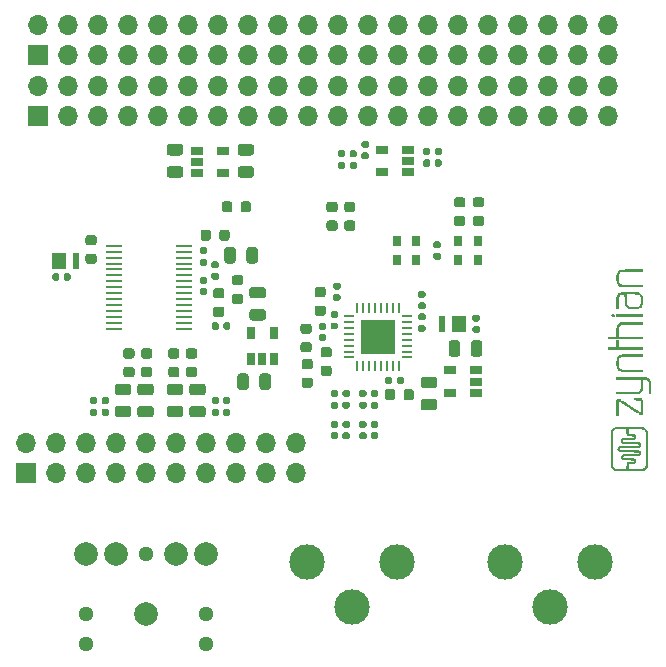
<source format=gbr>
G04 #@! TF.GenerationSoftware,KiCad,Pcbnew,5.1.7-a382d34a8~88~ubuntu18.04.1*
G04 #@! TF.CreationDate,2021-03-11T03:45:44+01:00*
G04 #@! TF.ProjectId,zynthiandac,7a796e74-6869-4616-9e64-61632e6b6963,rev?*
G04 #@! TF.SameCoordinates,Original*
G04 #@! TF.FileFunction,Soldermask,Top*
G04 #@! TF.FilePolarity,Negative*
%FSLAX46Y46*%
G04 Gerber Fmt 4.6, Leading zero omitted, Abs format (unit mm)*
G04 Created by KiCad (PCBNEW 5.1.7-a382d34a8~88~ubuntu18.04.1) date 2021-03-11 03:45:44*
%MOMM*%
%LPD*%
G01*
G04 APERTURE LIST*
%ADD10C,0.010000*%
%ADD11C,2.000000*%
%ADD12C,1.280000*%
%ADD13R,0.850000X0.280000*%
%ADD14R,0.280000X0.850000*%
%ADD15R,3.000000X3.000000*%
%ADD16R,1.700000X1.700000*%
%ADD17O,1.700000X1.700000*%
%ADD18R,0.650000X1.060000*%
%ADD19R,0.600000X1.400000*%
%ADD20R,1.300000X1.400000*%
%ADD21C,3.000000*%
%ADD22R,1.404099X0.279400*%
%ADD23R,1.060000X0.650000*%
%ADD24R,0.650000X0.850000*%
G04 APERTURE END LIST*
D10*
G04 #@! TO.C,G\u002A\u002A\u002A*
G36*
X68269058Y-38216878D02*
G01*
X68306566Y-38181725D01*
X68361320Y-38169250D01*
X68412075Y-38182327D01*
X68446543Y-38215866D01*
X68461367Y-38261333D01*
X68453190Y-38310193D01*
X68430000Y-38343875D01*
X68383449Y-38372165D01*
X68334654Y-38373911D01*
X68291758Y-38352573D01*
X68262904Y-38311612D01*
X68255375Y-38269680D01*
X68269058Y-38216878D01*
G37*
X68269058Y-38216878D02*
X68306566Y-38181725D01*
X68361320Y-38169250D01*
X68412075Y-38182327D01*
X68446543Y-38215866D01*
X68461367Y-38261333D01*
X68453190Y-38310193D01*
X68430000Y-38343875D01*
X68383449Y-38372165D01*
X68334654Y-38373911D01*
X68291758Y-38352573D01*
X68262904Y-38311612D01*
X68255375Y-38269680D01*
X68269058Y-38216878D01*
G36*
X68676644Y-34981138D02*
G01*
X68677794Y-34898939D01*
X68680284Y-34837319D01*
X68684636Y-34790694D01*
X68691372Y-34753479D01*
X68701016Y-34720088D01*
X68714089Y-34684938D01*
X68714188Y-34684688D01*
X68768858Y-34584075D01*
X68843964Y-34502046D01*
X68934413Y-34443646D01*
X68973192Y-34428216D01*
X68993805Y-34422201D01*
X69018332Y-34417063D01*
X69049416Y-34412712D01*
X69089701Y-34409057D01*
X69141832Y-34406009D01*
X69208451Y-34403478D01*
X69292204Y-34401374D01*
X69395733Y-34399607D01*
X69521683Y-34398088D01*
X69672699Y-34396726D01*
X69851422Y-34395431D01*
X69957968Y-34394744D01*
X70858875Y-34389099D01*
X70858875Y-34518000D01*
X70010343Y-34518000D01*
X69799945Y-34518339D01*
X69613974Y-34519342D01*
X69453589Y-34520986D01*
X69319945Y-34523252D01*
X69214200Y-34526118D01*
X69137512Y-34529563D01*
X69091036Y-34533565D01*
X69082635Y-34534981D01*
X68997966Y-34567910D01*
X68920635Y-34625026D01*
X68859326Y-34698791D01*
X68832045Y-34752448D01*
X68821214Y-34785424D01*
X68813378Y-34823378D01*
X68808093Y-34871863D01*
X68804911Y-34936430D01*
X68803387Y-35022632D01*
X68803062Y-35113313D01*
X68804201Y-35235527D01*
X68808485Y-35331233D01*
X68817217Y-35405621D01*
X68831700Y-35463880D01*
X68853236Y-35511197D01*
X68883127Y-35552763D01*
X68922676Y-35593767D01*
X68923965Y-35594986D01*
X68945972Y-35615118D01*
X68967746Y-35632279D01*
X68991890Y-35646704D01*
X69021006Y-35658632D01*
X69057698Y-35668300D01*
X69104570Y-35675945D01*
X69164225Y-35681804D01*
X69239266Y-35686115D01*
X69332296Y-35689115D01*
X69445918Y-35691040D01*
X69582736Y-35692130D01*
X69745354Y-35692619D01*
X69936374Y-35692747D01*
X69996568Y-35692750D01*
X70858875Y-35692750D01*
X70858875Y-35803875D01*
X69974885Y-35803875D01*
X69769753Y-35803846D01*
X69593794Y-35803558D01*
X69444430Y-35802714D01*
X69319085Y-35801013D01*
X69215180Y-35798159D01*
X69130139Y-35793851D01*
X69061385Y-35787791D01*
X69006340Y-35779680D01*
X68962427Y-35769220D01*
X68927069Y-35756112D01*
X68897689Y-35740057D01*
X68871709Y-35720756D01*
X68846551Y-35697911D01*
X68819640Y-35671223D01*
X68818217Y-35669797D01*
X68774737Y-35622802D01*
X68740980Y-35576236D01*
X68715763Y-35525268D01*
X68697905Y-35465071D01*
X68686227Y-35390815D01*
X68679547Y-35297671D01*
X68676684Y-35180810D01*
X68676311Y-35089500D01*
X68676644Y-34981138D01*
G37*
X68676644Y-34981138D02*
X68677794Y-34898939D01*
X68680284Y-34837319D01*
X68684636Y-34790694D01*
X68691372Y-34753479D01*
X68701016Y-34720088D01*
X68714089Y-34684938D01*
X68714188Y-34684688D01*
X68768858Y-34584075D01*
X68843964Y-34502046D01*
X68934413Y-34443646D01*
X68973192Y-34428216D01*
X68993805Y-34422201D01*
X69018332Y-34417063D01*
X69049416Y-34412712D01*
X69089701Y-34409057D01*
X69141832Y-34406009D01*
X69208451Y-34403478D01*
X69292204Y-34401374D01*
X69395733Y-34399607D01*
X69521683Y-34398088D01*
X69672699Y-34396726D01*
X69851422Y-34395431D01*
X69957968Y-34394744D01*
X70858875Y-34389099D01*
X70858875Y-34518000D01*
X70010343Y-34518000D01*
X69799945Y-34518339D01*
X69613974Y-34519342D01*
X69453589Y-34520986D01*
X69319945Y-34523252D01*
X69214200Y-34526118D01*
X69137512Y-34529563D01*
X69091036Y-34533565D01*
X69082635Y-34534981D01*
X68997966Y-34567910D01*
X68920635Y-34625026D01*
X68859326Y-34698791D01*
X68832045Y-34752448D01*
X68821214Y-34785424D01*
X68813378Y-34823378D01*
X68808093Y-34871863D01*
X68804911Y-34936430D01*
X68803387Y-35022632D01*
X68803062Y-35113313D01*
X68804201Y-35235527D01*
X68808485Y-35331233D01*
X68817217Y-35405621D01*
X68831700Y-35463880D01*
X68853236Y-35511197D01*
X68883127Y-35552763D01*
X68922676Y-35593767D01*
X68923965Y-35594986D01*
X68945972Y-35615118D01*
X68967746Y-35632279D01*
X68991890Y-35646704D01*
X69021006Y-35658632D01*
X69057698Y-35668300D01*
X69104570Y-35675945D01*
X69164225Y-35681804D01*
X69239266Y-35686115D01*
X69332296Y-35689115D01*
X69445918Y-35691040D01*
X69582736Y-35692130D01*
X69745354Y-35692619D01*
X69936374Y-35692747D01*
X69996568Y-35692750D01*
X70858875Y-35692750D01*
X70858875Y-35803875D01*
X69974885Y-35803875D01*
X69769753Y-35803846D01*
X69593794Y-35803558D01*
X69444430Y-35802714D01*
X69319085Y-35801013D01*
X69215180Y-35798159D01*
X69130139Y-35793851D01*
X69061385Y-35787791D01*
X69006340Y-35779680D01*
X68962427Y-35769220D01*
X68927069Y-35756112D01*
X68897689Y-35740057D01*
X68871709Y-35720756D01*
X68846551Y-35697911D01*
X68819640Y-35671223D01*
X68818217Y-35669797D01*
X68774737Y-35622802D01*
X68740980Y-35576236D01*
X68715763Y-35525268D01*
X68697905Y-35465071D01*
X68686227Y-35390815D01*
X68679547Y-35297671D01*
X68676684Y-35180810D01*
X68676311Y-35089500D01*
X68676644Y-34981138D01*
G36*
X68671427Y-37204844D02*
G01*
X68673141Y-37066786D01*
X68674882Y-36956494D01*
X68676945Y-36869989D01*
X68679626Y-36803288D01*
X68683217Y-36752411D01*
X68688014Y-36713375D01*
X68694311Y-36682199D01*
X68702402Y-36654901D01*
X68712581Y-36627501D01*
X68714469Y-36622727D01*
X68771504Y-36516723D01*
X68849243Y-36428890D01*
X68942537Y-36364836D01*
X68958208Y-36357330D01*
X69041187Y-36319813D01*
X70517562Y-36319813D01*
X70602719Y-36366979D01*
X70697717Y-36436157D01*
X70776673Y-36526478D01*
X70822131Y-36606787D01*
X70834238Y-36651708D01*
X70843839Y-36721390D01*
X70850816Y-36808933D01*
X70855050Y-36907438D01*
X70856420Y-37010005D01*
X70854808Y-37109734D01*
X70850095Y-37199726D01*
X70842162Y-37273081D01*
X70834313Y-37312000D01*
X70786676Y-37433431D01*
X70717172Y-37533999D01*
X70627817Y-37611543D01*
X70520628Y-37663896D01*
X70500687Y-37670162D01*
X70464488Y-37678846D01*
X70421274Y-37685101D01*
X70366189Y-37689150D01*
X70294377Y-37691219D01*
X70201735Y-37691530D01*
X70201735Y-37580626D01*
X70308221Y-37578810D01*
X70392045Y-37573005D01*
X70457710Y-37562337D01*
X70509720Y-37545931D01*
X70552579Y-37522913D01*
X70590792Y-37492410D01*
X70609379Y-37474266D01*
X70650487Y-37427694D01*
X70681370Y-37379944D01*
X70703415Y-37325545D01*
X70718010Y-37259023D01*
X70726544Y-37174903D01*
X70730403Y-37067713D01*
X70731043Y-36994500D01*
X70730213Y-36901201D01*
X70727493Y-36814286D01*
X70723249Y-36740817D01*
X70717845Y-36687857D01*
X70714253Y-36669063D01*
X70685537Y-36609491D01*
X70636144Y-36548370D01*
X70575272Y-36494897D01*
X70512118Y-36458269D01*
X70498421Y-36453253D01*
X70460301Y-36446488D01*
X70391244Y-36440528D01*
X70292053Y-36435411D01*
X70163532Y-36431176D01*
X70006485Y-36427863D01*
X69956821Y-36427095D01*
X69475455Y-36420191D01*
X69481181Y-36854189D01*
X69483242Y-36988660D01*
X69485637Y-37095159D01*
X69488608Y-37177464D01*
X69492398Y-37239355D01*
X69497251Y-37284610D01*
X69503407Y-37317007D01*
X69511112Y-37340324D01*
X69512636Y-37343750D01*
X69565123Y-37431856D01*
X69634411Y-37499308D01*
X69681317Y-37530293D01*
X69707674Y-37545251D01*
X69732093Y-37556419D01*
X69759713Y-37564449D01*
X69795673Y-37569992D01*
X69845110Y-37573699D01*
X69913165Y-37576222D01*
X70004975Y-37578213D01*
X70068081Y-37579327D01*
X70201735Y-37580626D01*
X70201735Y-37691530D01*
X70200982Y-37691533D01*
X70081148Y-37690316D01*
X70069148Y-37690142D01*
X69953511Y-37688192D01*
X69864785Y-37685887D01*
X69798134Y-37682782D01*
X69748718Y-37678431D01*
X69711701Y-37672388D01*
X69682245Y-37664206D01*
X69655511Y-37653440D01*
X69651568Y-37651636D01*
X69545870Y-37586617D01*
X69463224Y-37499835D01*
X69418855Y-37426008D01*
X69374562Y-37335813D01*
X69366625Y-36883375D01*
X69358687Y-36430938D01*
X69223750Y-36434990D01*
X69104235Y-36447154D01*
X69008461Y-36476921D01*
X68932592Y-36526159D01*
X68872792Y-36596732D01*
X68864717Y-36609697D01*
X68835457Y-36665954D01*
X68813157Y-36722207D01*
X68805361Y-36752119D01*
X68802745Y-36783569D01*
X68800377Y-36841971D01*
X68798352Y-36922526D01*
X68796767Y-37020438D01*
X68795717Y-37130907D01*
X68795301Y-37249137D01*
X68795299Y-37252469D01*
X68795125Y-37693000D01*
X68665703Y-37693000D01*
X68671427Y-37204844D01*
G37*
X68671427Y-37204844D02*
X68673141Y-37066786D01*
X68674882Y-36956494D01*
X68676945Y-36869989D01*
X68679626Y-36803288D01*
X68683217Y-36752411D01*
X68688014Y-36713375D01*
X68694311Y-36682199D01*
X68702402Y-36654901D01*
X68712581Y-36627501D01*
X68714469Y-36622727D01*
X68771504Y-36516723D01*
X68849243Y-36428890D01*
X68942537Y-36364836D01*
X68958208Y-36357330D01*
X69041187Y-36319813D01*
X70517562Y-36319813D01*
X70602719Y-36366979D01*
X70697717Y-36436157D01*
X70776673Y-36526478D01*
X70822131Y-36606787D01*
X70834238Y-36651708D01*
X70843839Y-36721390D01*
X70850816Y-36808933D01*
X70855050Y-36907438D01*
X70856420Y-37010005D01*
X70854808Y-37109734D01*
X70850095Y-37199726D01*
X70842162Y-37273081D01*
X70834313Y-37312000D01*
X70786676Y-37433431D01*
X70717172Y-37533999D01*
X70627817Y-37611543D01*
X70520628Y-37663896D01*
X70500687Y-37670162D01*
X70464488Y-37678846D01*
X70421274Y-37685101D01*
X70366189Y-37689150D01*
X70294377Y-37691219D01*
X70201735Y-37691530D01*
X70201735Y-37580626D01*
X70308221Y-37578810D01*
X70392045Y-37573005D01*
X70457710Y-37562337D01*
X70509720Y-37545931D01*
X70552579Y-37522913D01*
X70590792Y-37492410D01*
X70609379Y-37474266D01*
X70650487Y-37427694D01*
X70681370Y-37379944D01*
X70703415Y-37325545D01*
X70718010Y-37259023D01*
X70726544Y-37174903D01*
X70730403Y-37067713D01*
X70731043Y-36994500D01*
X70730213Y-36901201D01*
X70727493Y-36814286D01*
X70723249Y-36740817D01*
X70717845Y-36687857D01*
X70714253Y-36669063D01*
X70685537Y-36609491D01*
X70636144Y-36548370D01*
X70575272Y-36494897D01*
X70512118Y-36458269D01*
X70498421Y-36453253D01*
X70460301Y-36446488D01*
X70391244Y-36440528D01*
X70292053Y-36435411D01*
X70163532Y-36431176D01*
X70006485Y-36427863D01*
X69956821Y-36427095D01*
X69475455Y-36420191D01*
X69481181Y-36854189D01*
X69483242Y-36988660D01*
X69485637Y-37095159D01*
X69488608Y-37177464D01*
X69492398Y-37239355D01*
X69497251Y-37284610D01*
X69503407Y-37317007D01*
X69511112Y-37340324D01*
X69512636Y-37343750D01*
X69565123Y-37431856D01*
X69634411Y-37499308D01*
X69681317Y-37530293D01*
X69707674Y-37545251D01*
X69732093Y-37556419D01*
X69759713Y-37564449D01*
X69795673Y-37569992D01*
X69845110Y-37573699D01*
X69913165Y-37576222D01*
X70004975Y-37578213D01*
X70068081Y-37579327D01*
X70201735Y-37580626D01*
X70201735Y-37691530D01*
X70200982Y-37691533D01*
X70081148Y-37690316D01*
X70069148Y-37690142D01*
X69953511Y-37688192D01*
X69864785Y-37685887D01*
X69798134Y-37682782D01*
X69748718Y-37678431D01*
X69711701Y-37672388D01*
X69682245Y-37664206D01*
X69655511Y-37653440D01*
X69651568Y-37651636D01*
X69545870Y-37586617D01*
X69463224Y-37499835D01*
X69418855Y-37426008D01*
X69374562Y-37335813D01*
X69366625Y-36883375D01*
X69358687Y-36430938D01*
X69223750Y-36434990D01*
X69104235Y-36447154D01*
X69008461Y-36476921D01*
X68932592Y-36526159D01*
X68872792Y-36596732D01*
X68864717Y-36609697D01*
X68835457Y-36665954D01*
X68813157Y-36722207D01*
X68805361Y-36752119D01*
X68802745Y-36783569D01*
X68800377Y-36841971D01*
X68798352Y-36922526D01*
X68796767Y-37020438D01*
X68795717Y-37130907D01*
X68795301Y-37249137D01*
X68795299Y-37252469D01*
X68795125Y-37693000D01*
X68665703Y-37693000D01*
X68671427Y-37204844D01*
G36*
X70858875Y-38201000D02*
G01*
X70858875Y-38343875D01*
X68668125Y-38343875D01*
X68668125Y-38201000D01*
X70858875Y-38201000D01*
G37*
X70858875Y-38201000D02*
X70858875Y-38343875D01*
X68668125Y-38343875D01*
X68668125Y-38201000D01*
X70858875Y-38201000D01*
G36*
X68668125Y-40074250D02*
G01*
X68668400Y-39721032D01*
X68669830Y-39562175D01*
X68674418Y-39430961D01*
X68683021Y-39323366D01*
X68696498Y-39235368D01*
X68715706Y-39162941D01*
X68741501Y-39102064D01*
X68774740Y-39048712D01*
X68816282Y-38998862D01*
X68824008Y-38990680D01*
X68872765Y-38950011D01*
X68934297Y-38911892D01*
X68969102Y-38895430D01*
X68988401Y-38887845D01*
X69007608Y-38881407D01*
X69029400Y-38876006D01*
X69056450Y-38871533D01*
X69091433Y-38867881D01*
X69137023Y-38864939D01*
X69195896Y-38862600D01*
X69270725Y-38860754D01*
X69364186Y-38859294D01*
X69478952Y-38858109D01*
X69617699Y-38857092D01*
X69783101Y-38856134D01*
X69957968Y-38855226D01*
X70858875Y-38850639D01*
X70858875Y-38977620D01*
X69973392Y-38982216D01*
X69087909Y-38986813D01*
X69010678Y-39026572D01*
X68953146Y-39060024D01*
X68906614Y-39097494D01*
X68869970Y-39142570D01*
X68842100Y-39198839D01*
X68821893Y-39269892D01*
X68808236Y-39359315D01*
X68800016Y-39470697D01*
X68796122Y-39607627D01*
X68795372Y-39721032D01*
X68795125Y-40074250D01*
X70858875Y-40074250D01*
X70858875Y-40201250D01*
X68001375Y-40201250D01*
X68001375Y-40074250D01*
X68668125Y-40074250D01*
G37*
X68668125Y-40074250D02*
X68668400Y-39721032D01*
X68669830Y-39562175D01*
X68674418Y-39430961D01*
X68683021Y-39323366D01*
X68696498Y-39235368D01*
X68715706Y-39162941D01*
X68741501Y-39102064D01*
X68774740Y-39048712D01*
X68816282Y-38998862D01*
X68824008Y-38990680D01*
X68872765Y-38950011D01*
X68934297Y-38911892D01*
X68969102Y-38895430D01*
X68988401Y-38887845D01*
X69007608Y-38881407D01*
X69029400Y-38876006D01*
X69056450Y-38871533D01*
X69091433Y-38867881D01*
X69137023Y-38864939D01*
X69195896Y-38862600D01*
X69270725Y-38860754D01*
X69364186Y-38859294D01*
X69478952Y-38858109D01*
X69617699Y-38857092D01*
X69783101Y-38856134D01*
X69957968Y-38855226D01*
X70858875Y-38850639D01*
X70858875Y-38977620D01*
X69973392Y-38982216D01*
X69087909Y-38986813D01*
X69010678Y-39026572D01*
X68953146Y-39060024D01*
X68906614Y-39097494D01*
X68869970Y-39142570D01*
X68842100Y-39198839D01*
X68821893Y-39269892D01*
X68808236Y-39359315D01*
X68800016Y-39470697D01*
X68796122Y-39607627D01*
X68795372Y-39721032D01*
X68795125Y-40074250D01*
X70858875Y-40074250D01*
X70858875Y-40201250D01*
X68001375Y-40201250D01*
X68001375Y-40074250D01*
X68668125Y-40074250D01*
G36*
X68668125Y-40979125D02*
G01*
X68668125Y-40391750D01*
X68795125Y-40391750D01*
X68795125Y-40979125D01*
X70858875Y-40979125D01*
X70858875Y-41122000D01*
X68001375Y-41122000D01*
X68001375Y-40979125D01*
X68668125Y-40979125D01*
G37*
X68668125Y-40979125D02*
X68668125Y-40391750D01*
X68795125Y-40391750D01*
X68795125Y-40979125D01*
X70858875Y-40979125D01*
X70858875Y-41122000D01*
X68001375Y-41122000D01*
X68001375Y-40979125D01*
X68668125Y-40979125D01*
G36*
X68671098Y-42223998D02*
G01*
X68676289Y-42118602D01*
X68684311Y-42022399D01*
X68694908Y-41942865D01*
X68707822Y-41887480D01*
X68707928Y-41887172D01*
X68758762Y-41785053D01*
X68832688Y-41700371D01*
X68924749Y-41638445D01*
X68950420Y-41626980D01*
X68970083Y-41619208D01*
X68989288Y-41612606D01*
X69010702Y-41607065D01*
X69036990Y-41602474D01*
X69070816Y-41598722D01*
X69114846Y-41595700D01*
X69171745Y-41593297D01*
X69244178Y-41591404D01*
X69334811Y-41589908D01*
X69446308Y-41588701D01*
X69581335Y-41587672D01*
X69742557Y-41586711D01*
X69932640Y-41585707D01*
X69950031Y-41585618D01*
X70858875Y-41580922D01*
X70858875Y-41709375D01*
X69996568Y-41709375D01*
X69797007Y-41709448D01*
X69626589Y-41709817D01*
X69482711Y-41710714D01*
X69362767Y-41712369D01*
X69264150Y-41715012D01*
X69184257Y-41718872D01*
X69120480Y-41724181D01*
X69070215Y-41731167D01*
X69030857Y-41740062D01*
X68999800Y-41751095D01*
X68974438Y-41764497D01*
X68952166Y-41780497D01*
X68930378Y-41799326D01*
X68925260Y-41803992D01*
X68886334Y-41848610D01*
X68849654Y-41904833D01*
X68838017Y-41927523D01*
X68825260Y-41957793D01*
X68816039Y-41988571D01*
X68809789Y-42025593D01*
X68805943Y-42074593D01*
X68803935Y-42141306D01*
X68803199Y-42231467D01*
X68803132Y-42280875D01*
X68803996Y-42403189D01*
X68807478Y-42498932D01*
X68814807Y-42573253D01*
X68827211Y-42631302D01*
X68845920Y-42678227D01*
X68872163Y-42719178D01*
X68907169Y-42759303D01*
X68920603Y-42772991D01*
X68973281Y-42820351D01*
X69021225Y-42848829D01*
X69077273Y-42865992D01*
X69079019Y-42866370D01*
X69118728Y-42871114D01*
X69190178Y-42875122D01*
X69293369Y-42878395D01*
X69428300Y-42880931D01*
X69594972Y-42882732D01*
X69793384Y-42883796D01*
X70010343Y-42884125D01*
X70858875Y-42884125D01*
X70858875Y-42996237D01*
X69942093Y-42991775D01*
X69025312Y-42987313D01*
X68945937Y-42950743D01*
X68849278Y-42892245D01*
X68774844Y-42814823D01*
X68720631Y-42715699D01*
X68684631Y-42592100D01*
X68683802Y-42587936D01*
X68675091Y-42520554D01*
X68670242Y-42432452D01*
X68668996Y-42331107D01*
X68671098Y-42223998D01*
G37*
X68671098Y-42223998D02*
X68676289Y-42118602D01*
X68684311Y-42022399D01*
X68694908Y-41942865D01*
X68707822Y-41887480D01*
X68707928Y-41887172D01*
X68758762Y-41785053D01*
X68832688Y-41700371D01*
X68924749Y-41638445D01*
X68950420Y-41626980D01*
X68970083Y-41619208D01*
X68989288Y-41612606D01*
X69010702Y-41607065D01*
X69036990Y-41602474D01*
X69070816Y-41598722D01*
X69114846Y-41595700D01*
X69171745Y-41593297D01*
X69244178Y-41591404D01*
X69334811Y-41589908D01*
X69446308Y-41588701D01*
X69581335Y-41587672D01*
X69742557Y-41586711D01*
X69932640Y-41585707D01*
X69950031Y-41585618D01*
X70858875Y-41580922D01*
X70858875Y-41709375D01*
X69996568Y-41709375D01*
X69797007Y-41709448D01*
X69626589Y-41709817D01*
X69482711Y-41710714D01*
X69362767Y-41712369D01*
X69264150Y-41715012D01*
X69184257Y-41718872D01*
X69120480Y-41724181D01*
X69070215Y-41731167D01*
X69030857Y-41740062D01*
X68999800Y-41751095D01*
X68974438Y-41764497D01*
X68952166Y-41780497D01*
X68930378Y-41799326D01*
X68925260Y-41803992D01*
X68886334Y-41848610D01*
X68849654Y-41904833D01*
X68838017Y-41927523D01*
X68825260Y-41957793D01*
X68816039Y-41988571D01*
X68809789Y-42025593D01*
X68805943Y-42074593D01*
X68803935Y-42141306D01*
X68803199Y-42231467D01*
X68803132Y-42280875D01*
X68803996Y-42403189D01*
X68807478Y-42498932D01*
X68814807Y-42573253D01*
X68827211Y-42631302D01*
X68845920Y-42678227D01*
X68872163Y-42719178D01*
X68907169Y-42759303D01*
X68920603Y-42772991D01*
X68973281Y-42820351D01*
X69021225Y-42848829D01*
X69077273Y-42865992D01*
X69079019Y-42866370D01*
X69118728Y-42871114D01*
X69190178Y-42875122D01*
X69293369Y-42878395D01*
X69428300Y-42880931D01*
X69594972Y-42882732D01*
X69793384Y-42883796D01*
X70010343Y-42884125D01*
X70858875Y-42884125D01*
X70858875Y-42996237D01*
X69942093Y-42991775D01*
X69025312Y-42987313D01*
X68945937Y-42950743D01*
X68849278Y-42892245D01*
X68774844Y-42814823D01*
X68720631Y-42715699D01*
X68684631Y-42592100D01*
X68683802Y-42587936D01*
X68675091Y-42520554D01*
X68670242Y-42432452D01*
X68668996Y-42331107D01*
X68671098Y-42223998D01*
G36*
X68671582Y-46028048D02*
G01*
X68672741Y-45867243D01*
X68673894Y-45735217D01*
X68675202Y-45628999D01*
X68676824Y-45545621D01*
X68678920Y-45482111D01*
X68681649Y-45435500D01*
X68685172Y-45402816D01*
X68689647Y-45381090D01*
X68695235Y-45367352D01*
X68702095Y-45358631D01*
X68707812Y-45353865D01*
X68722867Y-45343176D01*
X68738154Y-45335350D01*
X68755636Y-45331421D01*
X68777275Y-45332422D01*
X68805034Y-45339386D01*
X68840877Y-45353347D01*
X68886765Y-45375338D01*
X68944663Y-45406391D01*
X69016531Y-45447540D01*
X69104334Y-45499818D01*
X69210034Y-45564258D01*
X69335594Y-45641893D01*
X69482976Y-45733757D01*
X69654144Y-45840883D01*
X69764764Y-45910209D01*
X69920628Y-46007842D01*
X70068837Y-46100551D01*
X70207162Y-46186950D01*
X70333373Y-46265651D01*
X70445242Y-46335270D01*
X70540537Y-46394419D01*
X70617032Y-46441712D01*
X70672495Y-46475763D01*
X70704698Y-46495185D01*
X70712031Y-46499282D01*
X70717379Y-46486404D01*
X70721967Y-46446344D01*
X70725778Y-46383663D01*
X70728796Y-46302922D01*
X70731002Y-46208680D01*
X70732382Y-46105498D01*
X70732916Y-45997937D01*
X70732589Y-45890555D01*
X70731384Y-45787914D01*
X70729282Y-45694574D01*
X70726269Y-45615095D01*
X70722325Y-45554037D01*
X70717435Y-45515960D01*
X70715716Y-45509511D01*
X70700647Y-45476089D01*
X70678976Y-45451607D01*
X70645835Y-45434495D01*
X70596353Y-45423184D01*
X70525660Y-45416105D01*
X70428888Y-45411688D01*
X70410406Y-45411116D01*
X70192125Y-45404647D01*
X70192125Y-45278401D01*
X70434218Y-45283887D01*
X70542601Y-45287390D01*
X70624437Y-45293198D01*
X70684912Y-45302645D01*
X70729216Y-45317065D01*
X70762534Y-45337794D01*
X70790056Y-45366165D01*
X70798969Y-45377729D01*
X70823006Y-45421324D01*
X70841992Y-45474157D01*
X70843675Y-45480917D01*
X70848459Y-45517769D01*
X70852322Y-45579942D01*
X70855284Y-45662803D01*
X70857367Y-45761718D01*
X70858593Y-45872053D01*
X70858982Y-45989174D01*
X70858557Y-46108448D01*
X70857339Y-46225241D01*
X70855349Y-46334920D01*
X70852609Y-46432850D01*
X70849139Y-46514398D01*
X70844963Y-46574931D01*
X70840100Y-46609814D01*
X70838429Y-46614750D01*
X70805349Y-46648952D01*
X70756625Y-46659709D01*
X70699302Y-46645785D01*
X70689272Y-46640908D01*
X70668470Y-46628708D01*
X70623055Y-46601138D01*
X70555352Y-46559636D01*
X70467684Y-46505638D01*
X70362377Y-46440581D01*
X70241754Y-46365901D01*
X70108139Y-46283036D01*
X69963857Y-46193423D01*
X69811233Y-46098498D01*
X69723812Y-46044070D01*
X68803062Y-45470605D01*
X68798905Y-46074428D01*
X68794747Y-46678250D01*
X68667103Y-46678250D01*
X68671582Y-46028048D01*
G37*
X68671582Y-46028048D02*
X68672741Y-45867243D01*
X68673894Y-45735217D01*
X68675202Y-45628999D01*
X68676824Y-45545621D01*
X68678920Y-45482111D01*
X68681649Y-45435500D01*
X68685172Y-45402816D01*
X68689647Y-45381090D01*
X68695235Y-45367352D01*
X68702095Y-45358631D01*
X68707812Y-45353865D01*
X68722867Y-45343176D01*
X68738154Y-45335350D01*
X68755636Y-45331421D01*
X68777275Y-45332422D01*
X68805034Y-45339386D01*
X68840877Y-45353347D01*
X68886765Y-45375338D01*
X68944663Y-45406391D01*
X69016531Y-45447540D01*
X69104334Y-45499818D01*
X69210034Y-45564258D01*
X69335594Y-45641893D01*
X69482976Y-45733757D01*
X69654144Y-45840883D01*
X69764764Y-45910209D01*
X69920628Y-46007842D01*
X70068837Y-46100551D01*
X70207162Y-46186950D01*
X70333373Y-46265651D01*
X70445242Y-46335270D01*
X70540537Y-46394419D01*
X70617032Y-46441712D01*
X70672495Y-46475763D01*
X70704698Y-46495185D01*
X70712031Y-46499282D01*
X70717379Y-46486404D01*
X70721967Y-46446344D01*
X70725778Y-46383663D01*
X70728796Y-46302922D01*
X70731002Y-46208680D01*
X70732382Y-46105498D01*
X70732916Y-45997937D01*
X70732589Y-45890555D01*
X70731384Y-45787914D01*
X70729282Y-45694574D01*
X70726269Y-45615095D01*
X70722325Y-45554037D01*
X70717435Y-45515960D01*
X70715716Y-45509511D01*
X70700647Y-45476089D01*
X70678976Y-45451607D01*
X70645835Y-45434495D01*
X70596353Y-45423184D01*
X70525660Y-45416105D01*
X70428888Y-45411688D01*
X70410406Y-45411116D01*
X70192125Y-45404647D01*
X70192125Y-45278401D01*
X70434218Y-45283887D01*
X70542601Y-45287390D01*
X70624437Y-45293198D01*
X70684912Y-45302645D01*
X70729216Y-45317065D01*
X70762534Y-45337794D01*
X70790056Y-45366165D01*
X70798969Y-45377729D01*
X70823006Y-45421324D01*
X70841992Y-45474157D01*
X70843675Y-45480917D01*
X70848459Y-45517769D01*
X70852322Y-45579942D01*
X70855284Y-45662803D01*
X70857367Y-45761718D01*
X70858593Y-45872053D01*
X70858982Y-45989174D01*
X70858557Y-46108448D01*
X70857339Y-46225241D01*
X70855349Y-46334920D01*
X70852609Y-46432850D01*
X70849139Y-46514398D01*
X70844963Y-46574931D01*
X70840100Y-46609814D01*
X70838429Y-46614750D01*
X70805349Y-46648952D01*
X70756625Y-46659709D01*
X70699302Y-46645785D01*
X70689272Y-46640908D01*
X70668470Y-46628708D01*
X70623055Y-46601138D01*
X70555352Y-46559636D01*
X70467684Y-46505638D01*
X70362377Y-46440581D01*
X70241754Y-46365901D01*
X70108139Y-46283036D01*
X69963857Y-46193423D01*
X69811233Y-46098498D01*
X69723812Y-46044070D01*
X68803062Y-45470605D01*
X68798905Y-46074428D01*
X68794747Y-46678250D01*
X68667103Y-46678250D01*
X68671582Y-46028048D01*
G36*
X68225415Y-48043500D02*
G01*
X68294263Y-47934654D01*
X68386449Y-47846305D01*
X68477625Y-47791291D01*
X68564937Y-47749813D01*
X69723812Y-47749813D01*
X69943258Y-47749824D01*
X70133238Y-47749901D01*
X70296037Y-47750108D01*
X70433939Y-47750508D01*
X70549230Y-47751165D01*
X70644192Y-47752144D01*
X70721111Y-47753509D01*
X70782270Y-47755324D01*
X70829955Y-47757653D01*
X70866450Y-47760560D01*
X70894040Y-47764108D01*
X70915008Y-47768363D01*
X70931639Y-47773388D01*
X70946217Y-47779247D01*
X70957573Y-47784409D01*
X71041551Y-47835122D01*
X71121695Y-47904581D01*
X71188426Y-47983389D01*
X71226261Y-48048044D01*
X71263687Y-48130813D01*
X71267256Y-49551625D01*
X71267853Y-49796572D01*
X71268312Y-50011829D01*
X71268593Y-50199453D01*
X71268659Y-50361504D01*
X71268472Y-50500041D01*
X71267994Y-50617123D01*
X71267186Y-50714810D01*
X71266012Y-50795159D01*
X71264432Y-50860230D01*
X71262410Y-50912082D01*
X71259906Y-50952774D01*
X71256883Y-50984365D01*
X71253303Y-51008913D01*
X71249128Y-51028478D01*
X71244320Y-51045119D01*
X71239431Y-51059266D01*
X71187446Y-51165989D01*
X71113688Y-51253621D01*
X71042791Y-51309566D01*
X71017673Y-51326596D01*
X70994447Y-51341370D01*
X70970778Y-51354050D01*
X70944331Y-51364794D01*
X70912769Y-51373764D01*
X70873759Y-51381119D01*
X70824964Y-51387020D01*
X70764048Y-51391626D01*
X70688677Y-51395097D01*
X70596515Y-51397594D01*
X70485226Y-51399277D01*
X70352475Y-51400305D01*
X70213056Y-51400780D01*
X70213056Y-51297876D01*
X70378727Y-51297673D01*
X70515994Y-51296772D01*
X70628203Y-51294730D01*
X70718700Y-51291108D01*
X70790830Y-51285464D01*
X70847938Y-51277356D01*
X70893371Y-51266345D01*
X70930472Y-51251988D01*
X70962589Y-51233846D01*
X70993066Y-51211476D01*
X71016509Y-51191960D01*
X71064502Y-51141536D01*
X71107749Y-51080819D01*
X71122996Y-51052696D01*
X71160548Y-50972438D01*
X71156555Y-49551625D01*
X71152562Y-48130813D01*
X71109370Y-48064395D01*
X71057230Y-47993370D01*
X71002911Y-47942318D01*
X70934793Y-47900899D01*
X70914437Y-47890928D01*
X70893545Y-47881287D01*
X70873378Y-47873451D01*
X70850554Y-47867233D01*
X70821693Y-47862444D01*
X70783415Y-47858896D01*
X70732337Y-47856401D01*
X70665081Y-47854772D01*
X70578264Y-47853818D01*
X70468507Y-47853353D01*
X70332428Y-47853189D01*
X70235781Y-47853156D01*
X69636500Y-47853000D01*
X69636500Y-48082629D01*
X69636817Y-48172977D01*
X69638196Y-48236724D01*
X69641280Y-48279021D01*
X69646711Y-48305013D01*
X69655131Y-48319851D01*
X69667184Y-48328680D01*
X69667206Y-48328692D01*
X69694335Y-48334979D01*
X69745961Y-48340156D01*
X69814834Y-48343707D01*
X69893707Y-48345120D01*
X69898963Y-48345125D01*
X70003890Y-48346793D01*
X70082447Y-48353037D01*
X70139894Y-48365722D01*
X70181494Y-48386713D01*
X70212511Y-48417874D01*
X70238206Y-48461068D01*
X70240717Y-48466186D01*
X70265112Y-48545596D01*
X70258381Y-48619539D01*
X70229660Y-48676756D01*
X70211050Y-48699898D01*
X70188807Y-48718208D01*
X70159218Y-48732244D01*
X70118569Y-48742562D01*
X70063145Y-48749720D01*
X69989234Y-48754275D01*
X69893121Y-48756785D01*
X69771093Y-48757805D01*
X69688603Y-48757935D01*
X69562651Y-48758122D01*
X69464390Y-48758820D01*
X69389759Y-48760295D01*
X69334701Y-48762815D01*
X69295156Y-48766645D01*
X69267065Y-48772054D01*
X69246370Y-48779306D01*
X69229992Y-48788068D01*
X69185208Y-48829287D01*
X69169900Y-48876877D01*
X69183956Y-48925691D01*
X69227264Y-48970586D01*
X69234064Y-48975231D01*
X69247394Y-48982523D01*
X69265138Y-48988568D01*
X69290394Y-48993533D01*
X69326260Y-48997589D01*
X69375834Y-49000903D01*
X69442214Y-49003646D01*
X69528499Y-49005984D01*
X69637786Y-49008089D01*
X69773175Y-49010128D01*
X69906378Y-49011875D01*
X70065860Y-49013998D01*
X70196676Y-49016060D01*
X70301906Y-49018227D01*
X70384635Y-49020664D01*
X70447943Y-49023535D01*
X70494914Y-49027005D01*
X70528629Y-49031241D01*
X70552172Y-49036406D01*
X70568623Y-49042666D01*
X70577614Y-49047815D01*
X70636239Y-49102144D01*
X70667752Y-49171685D01*
X70674480Y-49234125D01*
X70662714Y-49314884D01*
X70626188Y-49376921D01*
X70569006Y-49420326D01*
X70555116Y-49426761D01*
X70537148Y-49432179D01*
X70512341Y-49436688D01*
X70477933Y-49440395D01*
X70431164Y-49443409D01*
X70369272Y-49445837D01*
X70289496Y-49447786D01*
X70189073Y-49449366D01*
X70065244Y-49450682D01*
X69915247Y-49451844D01*
X69736320Y-49452959D01*
X69732160Y-49452983D01*
X69554121Y-49454039D01*
X69405105Y-49455053D01*
X69282383Y-49456153D01*
X69183229Y-49457467D01*
X69104914Y-49459123D01*
X69044712Y-49461248D01*
X68999894Y-49463971D01*
X68967733Y-49467418D01*
X68945503Y-49471718D01*
X68930475Y-49476998D01*
X68919921Y-49483387D01*
X68911116Y-49491011D01*
X68910628Y-49491469D01*
X68880054Y-49539225D01*
X68877894Y-49593059D01*
X68904014Y-49645158D01*
X68913465Y-49655535D01*
X68952431Y-49694500D01*
X69727059Y-49694525D01*
X69911889Y-49694556D01*
X70067698Y-49694836D01*
X70197218Y-49695664D01*
X70303178Y-49697339D01*
X70388308Y-49700160D01*
X70455338Y-49704427D01*
X70506999Y-49710437D01*
X70546020Y-49718491D01*
X70575132Y-49728888D01*
X70597065Y-49741926D01*
X70614548Y-49757904D01*
X70630312Y-49777122D01*
X70643434Y-49794913D01*
X70669493Y-49854333D01*
X70675558Y-49925618D01*
X70661821Y-49996129D01*
X70639691Y-50039443D01*
X70621388Y-50063491D01*
X70601863Y-50083325D01*
X70578030Y-50099348D01*
X70546805Y-50111967D01*
X70505101Y-50121586D01*
X70449833Y-50128611D01*
X70377917Y-50133447D01*
X70286266Y-50136499D01*
X70171795Y-50138171D01*
X70031418Y-50138870D01*
X69881452Y-50139000D01*
X69717412Y-50139159D01*
X69582175Y-50139870D01*
X69472798Y-50141485D01*
X69386335Y-50144356D01*
X69319840Y-50148835D01*
X69270369Y-50155273D01*
X69234976Y-50164022D01*
X69210717Y-50175434D01*
X69194645Y-50189862D01*
X69183817Y-50207656D01*
X69177486Y-50223093D01*
X69173271Y-50274703D01*
X69193153Y-50323487D01*
X69231701Y-50356964D01*
X69236686Y-50359113D01*
X69265178Y-50364221D01*
X69321437Y-50368991D01*
X69401478Y-50373237D01*
X69501319Y-50376772D01*
X69616976Y-50379409D01*
X69692062Y-50380480D01*
X69827779Y-50382256D01*
X69935611Y-50384708D01*
X70019425Y-50388601D01*
X70083085Y-50394700D01*
X70130458Y-50403770D01*
X70165409Y-50416576D01*
X70191804Y-50433884D01*
X70213508Y-50456457D01*
X70234386Y-50485062D01*
X70236554Y-50488250D01*
X70264265Y-50555041D01*
X70264066Y-50626142D01*
X70237729Y-50694592D01*
X70187027Y-50753433D01*
X70164861Y-50769811D01*
X70140864Y-50781689D01*
X70107080Y-50790292D01*
X70057917Y-50796323D01*
X69987784Y-50800488D01*
X69899175Y-50803296D01*
X69817055Y-50806395D01*
X69745613Y-50811115D01*
X69691213Y-50816883D01*
X69660216Y-50823130D01*
X69656343Y-50825084D01*
X69647639Y-50843657D01*
X69641594Y-50884681D01*
X69637973Y-50951030D01*
X69636543Y-51045584D01*
X69636500Y-51069632D01*
X69636500Y-51297875D01*
X70213056Y-51297876D01*
X70213056Y-51400780D01*
X70195926Y-51400839D01*
X70013244Y-51401039D01*
X69802093Y-51401065D01*
X69707937Y-51401063D01*
X69080075Y-51401063D01*
X69080075Y-51297876D01*
X69522585Y-51297876D01*
X69527949Y-51044207D01*
X69530094Y-50949252D01*
X69532476Y-50880657D01*
X69535988Y-50833040D01*
X69541521Y-50801019D01*
X69549969Y-50779211D01*
X69562224Y-50762233D01*
X69577298Y-50746581D01*
X69595340Y-50729591D01*
X69613672Y-50717458D01*
X69637953Y-50709134D01*
X69673841Y-50703571D01*
X69726996Y-50699720D01*
X69803076Y-50696532D01*
X69857478Y-50694656D01*
X69951508Y-50690995D01*
X70019156Y-50686859D01*
X70065789Y-50681489D01*
X70096775Y-50674122D01*
X70117481Y-50663998D01*
X70127023Y-50656446D01*
X70155263Y-50613542D01*
X70156366Y-50567650D01*
X70132929Y-50526912D01*
X70087550Y-50499470D01*
X70075921Y-50496259D01*
X70051121Y-50493975D01*
X69999200Y-50491637D01*
X69924785Y-50489369D01*
X69832503Y-50487293D01*
X69726981Y-50485532D01*
X69625720Y-50484329D01*
X69499494Y-50482982D01*
X69401041Y-50481461D01*
X69326384Y-50479448D01*
X69271546Y-50476625D01*
X69232550Y-50472675D01*
X69205420Y-50467279D01*
X69186178Y-50460119D01*
X69170847Y-50450876D01*
X69166325Y-50447582D01*
X69103708Y-50388377D01*
X69070069Y-50324219D01*
X69062182Y-50269558D01*
X69075614Y-50187666D01*
X69117240Y-50119245D01*
X69185423Y-50066899D01*
X69191758Y-50063594D01*
X69210367Y-50054530D01*
X69229084Y-50047145D01*
X69251205Y-50041268D01*
X69280022Y-50036726D01*
X69318833Y-50033348D01*
X69370931Y-50030961D01*
X69439612Y-50029394D01*
X69528169Y-50028474D01*
X69639899Y-50028029D01*
X69778096Y-50027887D01*
X69875670Y-50027875D01*
X70489113Y-50027875D01*
X70531119Y-49988946D01*
X70565196Y-49941485D01*
X70569778Y-49892898D01*
X70544555Y-49848421D01*
X70539728Y-49843805D01*
X70530781Y-49836930D01*
X70518600Y-49831132D01*
X70500476Y-49826285D01*
X70473700Y-49822263D01*
X70435566Y-49818939D01*
X70383364Y-49816189D01*
X70314386Y-49813886D01*
X70225924Y-49811904D01*
X70115269Y-49810118D01*
X69979715Y-49808401D01*
X69816551Y-49806628D01*
X69718197Y-49805625D01*
X69539310Y-49803775D01*
X69389389Y-49802049D01*
X69265651Y-49800316D01*
X69165312Y-49798446D01*
X69085591Y-49796306D01*
X69023704Y-49793767D01*
X68976868Y-49790696D01*
X68942299Y-49786963D01*
X68917216Y-49782436D01*
X68898834Y-49776984D01*
X68884372Y-49770477D01*
X68876295Y-49765938D01*
X68816469Y-49714176D01*
X68778822Y-49647050D01*
X68765266Y-49572304D01*
X68777714Y-49497682D01*
X68799410Y-49454754D01*
X68815704Y-49430616D01*
X68831456Y-49410315D01*
X68849412Y-49393519D01*
X68872321Y-49379897D01*
X68902929Y-49369115D01*
X68943984Y-49360842D01*
X68998233Y-49354746D01*
X69068423Y-49350494D01*
X69157302Y-49347754D01*
X69267617Y-49346194D01*
X69402116Y-49345482D01*
X69563546Y-49345285D01*
X69704757Y-49345275D01*
X69889400Y-49345195D01*
X70044879Y-49344790D01*
X70173782Y-49343800D01*
X70278695Y-49341960D01*
X70362204Y-49339008D01*
X70426896Y-49334681D01*
X70475358Y-49328716D01*
X70510176Y-49320851D01*
X70533936Y-49310822D01*
X70549226Y-49298367D01*
X70558632Y-49283222D01*
X70564741Y-49265126D01*
X70566669Y-49257685D01*
X70570358Y-49209438D01*
X70550235Y-49171823D01*
X70515035Y-49143769D01*
X70501813Y-49136430D01*
X70484725Y-49130452D01*
X70460612Y-49125698D01*
X70426319Y-49122029D01*
X70378688Y-49119307D01*
X70314562Y-49117394D01*
X70230784Y-49116151D01*
X70124197Y-49115441D01*
X69991642Y-49115125D01*
X69859339Y-49115063D01*
X69703533Y-49115004D01*
X69576205Y-49114718D01*
X69474084Y-49114045D01*
X69393898Y-49112823D01*
X69332375Y-49110891D01*
X69286243Y-49108087D01*
X69252231Y-49104251D01*
X69227067Y-49099220D01*
X69207479Y-49092834D01*
X69190196Y-49084931D01*
X69184062Y-49081765D01*
X69118963Y-49032128D01*
X69078222Y-48968546D01*
X69061839Y-48897437D01*
X69069815Y-48825221D01*
X69102149Y-48758316D01*
X69158842Y-48703141D01*
X69184062Y-48687986D01*
X69205016Y-48677967D01*
X69227895Y-48670093D01*
X69256783Y-48664042D01*
X69295767Y-48659496D01*
X69348931Y-48656134D01*
X69420363Y-48653635D01*
X69514148Y-48651680D01*
X69634371Y-48649948D01*
X69676187Y-48649425D01*
X69812793Y-48647540D01*
X69920963Y-48645164D01*
X70004012Y-48641615D01*
X70065253Y-48636211D01*
X70108000Y-48628274D01*
X70135567Y-48617121D01*
X70151268Y-48602071D01*
X70158417Y-48582444D01*
X70160327Y-48557559D01*
X70160375Y-48549940D01*
X70155109Y-48514109D01*
X70136606Y-48488305D01*
X70100804Y-48471006D01*
X70043640Y-48460692D01*
X69961053Y-48455841D01*
X69906811Y-48454973D01*
X69787151Y-48452602D01*
X69695486Y-48444930D01*
X69628100Y-48428288D01*
X69581282Y-48399010D01*
X69551316Y-48353429D01*
X69534490Y-48287878D01*
X69527089Y-48198689D01*
X69525400Y-48082197D01*
X69525399Y-48078361D01*
X69525375Y-47851284D01*
X69043324Y-47856111D01*
X68561274Y-47860938D01*
X68479024Y-47916500D01*
X68402969Y-47980485D01*
X68341212Y-48057038D01*
X68300447Y-48137159D01*
X68291384Y-48168814D01*
X68289548Y-48193069D01*
X68287796Y-48246659D01*
X68286148Y-48327172D01*
X68284626Y-48432193D01*
X68283248Y-48559308D01*
X68282037Y-48706104D01*
X68281013Y-48870166D01*
X68280196Y-49049080D01*
X68279607Y-49240432D01*
X68279267Y-49441810D01*
X68279187Y-49599250D01*
X68279187Y-50972438D01*
X68316589Y-51043875D01*
X68383271Y-51143143D01*
X68465890Y-51219487D01*
X68552979Y-51266228D01*
X68580508Y-51275652D01*
X68609543Y-51283010D01*
X68644282Y-51288553D01*
X68688920Y-51292533D01*
X68747656Y-51295203D01*
X68824687Y-51296815D01*
X68924209Y-51297620D01*
X69050419Y-51297870D01*
X69080075Y-51297876D01*
X69080075Y-51401063D01*
X68580812Y-51401063D01*
X68491594Y-51359230D01*
X68376485Y-51289688D01*
X68285692Y-51200860D01*
X68228066Y-51109924D01*
X68183937Y-51020063D01*
X68183937Y-48130813D01*
X68225415Y-48043500D01*
G37*
X68225415Y-48043500D02*
X68294263Y-47934654D01*
X68386449Y-47846305D01*
X68477625Y-47791291D01*
X68564937Y-47749813D01*
X69723812Y-47749813D01*
X69943258Y-47749824D01*
X70133238Y-47749901D01*
X70296037Y-47750108D01*
X70433939Y-47750508D01*
X70549230Y-47751165D01*
X70644192Y-47752144D01*
X70721111Y-47753509D01*
X70782270Y-47755324D01*
X70829955Y-47757653D01*
X70866450Y-47760560D01*
X70894040Y-47764108D01*
X70915008Y-47768363D01*
X70931639Y-47773388D01*
X70946217Y-47779247D01*
X70957573Y-47784409D01*
X71041551Y-47835122D01*
X71121695Y-47904581D01*
X71188426Y-47983389D01*
X71226261Y-48048044D01*
X71263687Y-48130813D01*
X71267256Y-49551625D01*
X71267853Y-49796572D01*
X71268312Y-50011829D01*
X71268593Y-50199453D01*
X71268659Y-50361504D01*
X71268472Y-50500041D01*
X71267994Y-50617123D01*
X71267186Y-50714810D01*
X71266012Y-50795159D01*
X71264432Y-50860230D01*
X71262410Y-50912082D01*
X71259906Y-50952774D01*
X71256883Y-50984365D01*
X71253303Y-51008913D01*
X71249128Y-51028478D01*
X71244320Y-51045119D01*
X71239431Y-51059266D01*
X71187446Y-51165989D01*
X71113688Y-51253621D01*
X71042791Y-51309566D01*
X71017673Y-51326596D01*
X70994447Y-51341370D01*
X70970778Y-51354050D01*
X70944331Y-51364794D01*
X70912769Y-51373764D01*
X70873759Y-51381119D01*
X70824964Y-51387020D01*
X70764048Y-51391626D01*
X70688677Y-51395097D01*
X70596515Y-51397594D01*
X70485226Y-51399277D01*
X70352475Y-51400305D01*
X70213056Y-51400780D01*
X70213056Y-51297876D01*
X70378727Y-51297673D01*
X70515994Y-51296772D01*
X70628203Y-51294730D01*
X70718700Y-51291108D01*
X70790830Y-51285464D01*
X70847938Y-51277356D01*
X70893371Y-51266345D01*
X70930472Y-51251988D01*
X70962589Y-51233846D01*
X70993066Y-51211476D01*
X71016509Y-51191960D01*
X71064502Y-51141536D01*
X71107749Y-51080819D01*
X71122996Y-51052696D01*
X71160548Y-50972438D01*
X71156555Y-49551625D01*
X71152562Y-48130813D01*
X71109370Y-48064395D01*
X71057230Y-47993370D01*
X71002911Y-47942318D01*
X70934793Y-47900899D01*
X70914437Y-47890928D01*
X70893545Y-47881287D01*
X70873378Y-47873451D01*
X70850554Y-47867233D01*
X70821693Y-47862444D01*
X70783415Y-47858896D01*
X70732337Y-47856401D01*
X70665081Y-47854772D01*
X70578264Y-47853818D01*
X70468507Y-47853353D01*
X70332428Y-47853189D01*
X70235781Y-47853156D01*
X69636500Y-47853000D01*
X69636500Y-48082629D01*
X69636817Y-48172977D01*
X69638196Y-48236724D01*
X69641280Y-48279021D01*
X69646711Y-48305013D01*
X69655131Y-48319851D01*
X69667184Y-48328680D01*
X69667206Y-48328692D01*
X69694335Y-48334979D01*
X69745961Y-48340156D01*
X69814834Y-48343707D01*
X69893707Y-48345120D01*
X69898963Y-48345125D01*
X70003890Y-48346793D01*
X70082447Y-48353037D01*
X70139894Y-48365722D01*
X70181494Y-48386713D01*
X70212511Y-48417874D01*
X70238206Y-48461068D01*
X70240717Y-48466186D01*
X70265112Y-48545596D01*
X70258381Y-48619539D01*
X70229660Y-48676756D01*
X70211050Y-48699898D01*
X70188807Y-48718208D01*
X70159218Y-48732244D01*
X70118569Y-48742562D01*
X70063145Y-48749720D01*
X69989234Y-48754275D01*
X69893121Y-48756785D01*
X69771093Y-48757805D01*
X69688603Y-48757935D01*
X69562651Y-48758122D01*
X69464390Y-48758820D01*
X69389759Y-48760295D01*
X69334701Y-48762815D01*
X69295156Y-48766645D01*
X69267065Y-48772054D01*
X69246370Y-48779306D01*
X69229992Y-48788068D01*
X69185208Y-48829287D01*
X69169900Y-48876877D01*
X69183956Y-48925691D01*
X69227264Y-48970586D01*
X69234064Y-48975231D01*
X69247394Y-48982523D01*
X69265138Y-48988568D01*
X69290394Y-48993533D01*
X69326260Y-48997589D01*
X69375834Y-49000903D01*
X69442214Y-49003646D01*
X69528499Y-49005984D01*
X69637786Y-49008089D01*
X69773175Y-49010128D01*
X69906378Y-49011875D01*
X70065860Y-49013998D01*
X70196676Y-49016060D01*
X70301906Y-49018227D01*
X70384635Y-49020664D01*
X70447943Y-49023535D01*
X70494914Y-49027005D01*
X70528629Y-49031241D01*
X70552172Y-49036406D01*
X70568623Y-49042666D01*
X70577614Y-49047815D01*
X70636239Y-49102144D01*
X70667752Y-49171685D01*
X70674480Y-49234125D01*
X70662714Y-49314884D01*
X70626188Y-49376921D01*
X70569006Y-49420326D01*
X70555116Y-49426761D01*
X70537148Y-49432179D01*
X70512341Y-49436688D01*
X70477933Y-49440395D01*
X70431164Y-49443409D01*
X70369272Y-49445837D01*
X70289496Y-49447786D01*
X70189073Y-49449366D01*
X70065244Y-49450682D01*
X69915247Y-49451844D01*
X69736320Y-49452959D01*
X69732160Y-49452983D01*
X69554121Y-49454039D01*
X69405105Y-49455053D01*
X69282383Y-49456153D01*
X69183229Y-49457467D01*
X69104914Y-49459123D01*
X69044712Y-49461248D01*
X68999894Y-49463971D01*
X68967733Y-49467418D01*
X68945503Y-49471718D01*
X68930475Y-49476998D01*
X68919921Y-49483387D01*
X68911116Y-49491011D01*
X68910628Y-49491469D01*
X68880054Y-49539225D01*
X68877894Y-49593059D01*
X68904014Y-49645158D01*
X68913465Y-49655535D01*
X68952431Y-49694500D01*
X69727059Y-49694525D01*
X69911889Y-49694556D01*
X70067698Y-49694836D01*
X70197218Y-49695664D01*
X70303178Y-49697339D01*
X70388308Y-49700160D01*
X70455338Y-49704427D01*
X70506999Y-49710437D01*
X70546020Y-49718491D01*
X70575132Y-49728888D01*
X70597065Y-49741926D01*
X70614548Y-49757904D01*
X70630312Y-49777122D01*
X70643434Y-49794913D01*
X70669493Y-49854333D01*
X70675558Y-49925618D01*
X70661821Y-49996129D01*
X70639691Y-50039443D01*
X70621388Y-50063491D01*
X70601863Y-50083325D01*
X70578030Y-50099348D01*
X70546805Y-50111967D01*
X70505101Y-50121586D01*
X70449833Y-50128611D01*
X70377917Y-50133447D01*
X70286266Y-50136499D01*
X70171795Y-50138171D01*
X70031418Y-50138870D01*
X69881452Y-50139000D01*
X69717412Y-50139159D01*
X69582175Y-50139870D01*
X69472798Y-50141485D01*
X69386335Y-50144356D01*
X69319840Y-50148835D01*
X69270369Y-50155273D01*
X69234976Y-50164022D01*
X69210717Y-50175434D01*
X69194645Y-50189862D01*
X69183817Y-50207656D01*
X69177486Y-50223093D01*
X69173271Y-50274703D01*
X69193153Y-50323487D01*
X69231701Y-50356964D01*
X69236686Y-50359113D01*
X69265178Y-50364221D01*
X69321437Y-50368991D01*
X69401478Y-50373237D01*
X69501319Y-50376772D01*
X69616976Y-50379409D01*
X69692062Y-50380480D01*
X69827779Y-50382256D01*
X69935611Y-50384708D01*
X70019425Y-50388601D01*
X70083085Y-50394700D01*
X70130458Y-50403770D01*
X70165409Y-50416576D01*
X70191804Y-50433884D01*
X70213508Y-50456457D01*
X70234386Y-50485062D01*
X70236554Y-50488250D01*
X70264265Y-50555041D01*
X70264066Y-50626142D01*
X70237729Y-50694592D01*
X70187027Y-50753433D01*
X70164861Y-50769811D01*
X70140864Y-50781689D01*
X70107080Y-50790292D01*
X70057917Y-50796323D01*
X69987784Y-50800488D01*
X69899175Y-50803296D01*
X69817055Y-50806395D01*
X69745613Y-50811115D01*
X69691213Y-50816883D01*
X69660216Y-50823130D01*
X69656343Y-50825084D01*
X69647639Y-50843657D01*
X69641594Y-50884681D01*
X69637973Y-50951030D01*
X69636543Y-51045584D01*
X69636500Y-51069632D01*
X69636500Y-51297875D01*
X70213056Y-51297876D01*
X70213056Y-51400780D01*
X70195926Y-51400839D01*
X70013244Y-51401039D01*
X69802093Y-51401065D01*
X69707937Y-51401063D01*
X69080075Y-51401063D01*
X69080075Y-51297876D01*
X69522585Y-51297876D01*
X69527949Y-51044207D01*
X69530094Y-50949252D01*
X69532476Y-50880657D01*
X69535988Y-50833040D01*
X69541521Y-50801019D01*
X69549969Y-50779211D01*
X69562224Y-50762233D01*
X69577298Y-50746581D01*
X69595340Y-50729591D01*
X69613672Y-50717458D01*
X69637953Y-50709134D01*
X69673841Y-50703571D01*
X69726996Y-50699720D01*
X69803076Y-50696532D01*
X69857478Y-50694656D01*
X69951508Y-50690995D01*
X70019156Y-50686859D01*
X70065789Y-50681489D01*
X70096775Y-50674122D01*
X70117481Y-50663998D01*
X70127023Y-50656446D01*
X70155263Y-50613542D01*
X70156366Y-50567650D01*
X70132929Y-50526912D01*
X70087550Y-50499470D01*
X70075921Y-50496259D01*
X70051121Y-50493975D01*
X69999200Y-50491637D01*
X69924785Y-50489369D01*
X69832503Y-50487293D01*
X69726981Y-50485532D01*
X69625720Y-50484329D01*
X69499494Y-50482982D01*
X69401041Y-50481461D01*
X69326384Y-50479448D01*
X69271546Y-50476625D01*
X69232550Y-50472675D01*
X69205420Y-50467279D01*
X69186178Y-50460119D01*
X69170847Y-50450876D01*
X69166325Y-50447582D01*
X69103708Y-50388377D01*
X69070069Y-50324219D01*
X69062182Y-50269558D01*
X69075614Y-50187666D01*
X69117240Y-50119245D01*
X69185423Y-50066899D01*
X69191758Y-50063594D01*
X69210367Y-50054530D01*
X69229084Y-50047145D01*
X69251205Y-50041268D01*
X69280022Y-50036726D01*
X69318833Y-50033348D01*
X69370931Y-50030961D01*
X69439612Y-50029394D01*
X69528169Y-50028474D01*
X69639899Y-50028029D01*
X69778096Y-50027887D01*
X69875670Y-50027875D01*
X70489113Y-50027875D01*
X70531119Y-49988946D01*
X70565196Y-49941485D01*
X70569778Y-49892898D01*
X70544555Y-49848421D01*
X70539728Y-49843805D01*
X70530781Y-49836930D01*
X70518600Y-49831132D01*
X70500476Y-49826285D01*
X70473700Y-49822263D01*
X70435566Y-49818939D01*
X70383364Y-49816189D01*
X70314386Y-49813886D01*
X70225924Y-49811904D01*
X70115269Y-49810118D01*
X69979715Y-49808401D01*
X69816551Y-49806628D01*
X69718197Y-49805625D01*
X69539310Y-49803775D01*
X69389389Y-49802049D01*
X69265651Y-49800316D01*
X69165312Y-49798446D01*
X69085591Y-49796306D01*
X69023704Y-49793767D01*
X68976868Y-49790696D01*
X68942299Y-49786963D01*
X68917216Y-49782436D01*
X68898834Y-49776984D01*
X68884372Y-49770477D01*
X68876295Y-49765938D01*
X68816469Y-49714176D01*
X68778822Y-49647050D01*
X68765266Y-49572304D01*
X68777714Y-49497682D01*
X68799410Y-49454754D01*
X68815704Y-49430616D01*
X68831456Y-49410315D01*
X68849412Y-49393519D01*
X68872321Y-49379897D01*
X68902929Y-49369115D01*
X68943984Y-49360842D01*
X68998233Y-49354746D01*
X69068423Y-49350494D01*
X69157302Y-49347754D01*
X69267617Y-49346194D01*
X69402116Y-49345482D01*
X69563546Y-49345285D01*
X69704757Y-49345275D01*
X69889400Y-49345195D01*
X70044879Y-49344790D01*
X70173782Y-49343800D01*
X70278695Y-49341960D01*
X70362204Y-49339008D01*
X70426896Y-49334681D01*
X70475358Y-49328716D01*
X70510176Y-49320851D01*
X70533936Y-49310822D01*
X70549226Y-49298367D01*
X70558632Y-49283222D01*
X70564741Y-49265126D01*
X70566669Y-49257685D01*
X70570358Y-49209438D01*
X70550235Y-49171823D01*
X70515035Y-49143769D01*
X70501813Y-49136430D01*
X70484725Y-49130452D01*
X70460612Y-49125698D01*
X70426319Y-49122029D01*
X70378688Y-49119307D01*
X70314562Y-49117394D01*
X70230784Y-49116151D01*
X70124197Y-49115441D01*
X69991642Y-49115125D01*
X69859339Y-49115063D01*
X69703533Y-49115004D01*
X69576205Y-49114718D01*
X69474084Y-49114045D01*
X69393898Y-49112823D01*
X69332375Y-49110891D01*
X69286243Y-49108087D01*
X69252231Y-49104251D01*
X69227067Y-49099220D01*
X69207479Y-49092834D01*
X69190196Y-49084931D01*
X69184062Y-49081765D01*
X69118963Y-49032128D01*
X69078222Y-48968546D01*
X69061839Y-48897437D01*
X69069815Y-48825221D01*
X69102149Y-48758316D01*
X69158842Y-48703141D01*
X69184062Y-48687986D01*
X69205016Y-48677967D01*
X69227895Y-48670093D01*
X69256783Y-48664042D01*
X69295767Y-48659496D01*
X69348931Y-48656134D01*
X69420363Y-48653635D01*
X69514148Y-48651680D01*
X69634371Y-48649948D01*
X69676187Y-48649425D01*
X69812793Y-48647540D01*
X69920963Y-48645164D01*
X70004012Y-48641615D01*
X70065253Y-48636211D01*
X70108000Y-48628274D01*
X70135567Y-48617121D01*
X70151268Y-48602071D01*
X70158417Y-48582444D01*
X70160327Y-48557559D01*
X70160375Y-48549940D01*
X70155109Y-48514109D01*
X70136606Y-48488305D01*
X70100804Y-48471006D01*
X70043640Y-48460692D01*
X69961053Y-48455841D01*
X69906811Y-48454973D01*
X69787151Y-48452602D01*
X69695486Y-48444930D01*
X69628100Y-48428288D01*
X69581282Y-48399010D01*
X69551316Y-48353429D01*
X69534490Y-48287878D01*
X69527089Y-48198689D01*
X69525400Y-48082197D01*
X69525399Y-48078361D01*
X69525375Y-47851284D01*
X69043324Y-47856111D01*
X68561274Y-47860938D01*
X68479024Y-47916500D01*
X68402969Y-47980485D01*
X68341212Y-48057038D01*
X68300447Y-48137159D01*
X68291384Y-48168814D01*
X68289548Y-48193069D01*
X68287796Y-48246659D01*
X68286148Y-48327172D01*
X68284626Y-48432193D01*
X68283248Y-48559308D01*
X68282037Y-48706104D01*
X68281013Y-48870166D01*
X68280196Y-49049080D01*
X68279607Y-49240432D01*
X68279267Y-49441810D01*
X68279187Y-49599250D01*
X68279187Y-50972438D01*
X68316589Y-51043875D01*
X68383271Y-51143143D01*
X68465890Y-51219487D01*
X68552979Y-51266228D01*
X68580508Y-51275652D01*
X68609543Y-51283010D01*
X68644282Y-51288553D01*
X68688920Y-51292533D01*
X68747656Y-51295203D01*
X68824687Y-51296815D01*
X68924209Y-51297620D01*
X69050419Y-51297870D01*
X69080075Y-51297876D01*
X69080075Y-51401063D01*
X68580812Y-51401063D01*
X68491594Y-51359230D01*
X68376485Y-51289688D01*
X68285692Y-51200860D01*
X68228066Y-51109924D01*
X68183937Y-51020063D01*
X68183937Y-48130813D01*
X68225415Y-48043500D01*
G36*
X69553156Y-44769910D02*
G01*
X69743149Y-44768898D01*
X69904028Y-44767926D01*
X70038425Y-44766885D01*
X70148976Y-44765667D01*
X70238316Y-44764164D01*
X70309077Y-44762268D01*
X70363896Y-44759870D01*
X70405406Y-44756864D01*
X70436241Y-44753139D01*
X70459037Y-44748589D01*
X70476428Y-44743105D01*
X70491047Y-44736579D01*
X70501687Y-44730985D01*
X70593910Y-44664059D01*
X70667986Y-44575649D01*
X70698878Y-44519250D01*
X70708900Y-44494929D01*
X70716623Y-44468926D01*
X70722349Y-44436887D01*
X70726377Y-44394458D01*
X70729009Y-44337288D01*
X70730545Y-44261022D01*
X70731287Y-44161308D01*
X70731526Y-44046969D01*
X70731875Y-43646125D01*
X68668125Y-43646125D01*
X68668125Y-43518024D01*
X69910343Y-43522543D01*
X71152562Y-43527063D01*
X71247812Y-43571579D01*
X71341698Y-43624505D01*
X71412213Y-43687524D01*
X71467686Y-43768905D01*
X71488542Y-43810637D01*
X71533562Y-43908063D01*
X71538742Y-44396219D01*
X71543921Y-44884375D01*
X71416921Y-44884375D01*
X71411742Y-44396219D01*
X71406562Y-43908063D01*
X71363909Y-43835511D01*
X71303869Y-43759652D01*
X71225495Y-43698478D01*
X71143348Y-43661634D01*
X71099502Y-43653698D01*
X71037724Y-43648106D01*
X70975209Y-43646125D01*
X70861146Y-43646125D01*
X70856042Y-44078719D01*
X70854400Y-44207933D01*
X70852656Y-44309597D01*
X70850466Y-44387910D01*
X70847489Y-44447071D01*
X70843383Y-44491280D01*
X70837807Y-44524734D01*
X70830418Y-44551634D01*
X70820874Y-44576178D01*
X70814356Y-44590688D01*
X70753983Y-44686383D01*
X70670511Y-44768456D01*
X70571875Y-44829984D01*
X70514213Y-44852505D01*
X70490514Y-44859422D01*
X70466034Y-44865260D01*
X70437990Y-44870112D01*
X70403599Y-44874067D01*
X70360081Y-44877218D01*
X70304654Y-44879655D01*
X70234533Y-44881468D01*
X70146939Y-44882750D01*
X70039089Y-44883590D01*
X69908200Y-44884081D01*
X69751490Y-44884312D01*
X69566178Y-44884375D01*
X68668125Y-44884375D01*
X68668125Y-44774506D01*
X69553156Y-44769910D01*
G37*
X69553156Y-44769910D02*
X69743149Y-44768898D01*
X69904028Y-44767926D01*
X70038425Y-44766885D01*
X70148976Y-44765667D01*
X70238316Y-44764164D01*
X70309077Y-44762268D01*
X70363896Y-44759870D01*
X70405406Y-44756864D01*
X70436241Y-44753139D01*
X70459037Y-44748589D01*
X70476428Y-44743105D01*
X70491047Y-44736579D01*
X70501687Y-44730985D01*
X70593910Y-44664059D01*
X70667986Y-44575649D01*
X70698878Y-44519250D01*
X70708900Y-44494929D01*
X70716623Y-44468926D01*
X70722349Y-44436887D01*
X70726377Y-44394458D01*
X70729009Y-44337288D01*
X70730545Y-44261022D01*
X70731287Y-44161308D01*
X70731526Y-44046969D01*
X70731875Y-43646125D01*
X68668125Y-43646125D01*
X68668125Y-43518024D01*
X69910343Y-43522543D01*
X71152562Y-43527063D01*
X71247812Y-43571579D01*
X71341698Y-43624505D01*
X71412213Y-43687524D01*
X71467686Y-43768905D01*
X71488542Y-43810637D01*
X71533562Y-43908063D01*
X71538742Y-44396219D01*
X71543921Y-44884375D01*
X71416921Y-44884375D01*
X71411742Y-44396219D01*
X71406562Y-43908063D01*
X71363909Y-43835511D01*
X71303869Y-43759652D01*
X71225495Y-43698478D01*
X71143348Y-43661634D01*
X71099502Y-43653698D01*
X71037724Y-43648106D01*
X70975209Y-43646125D01*
X70861146Y-43646125D01*
X70856042Y-44078719D01*
X70854400Y-44207933D01*
X70852656Y-44309597D01*
X70850466Y-44387910D01*
X70847489Y-44447071D01*
X70843383Y-44491280D01*
X70837807Y-44524734D01*
X70830418Y-44551634D01*
X70820874Y-44576178D01*
X70814356Y-44590688D01*
X70753983Y-44686383D01*
X70670511Y-44768456D01*
X70571875Y-44829984D01*
X70514213Y-44852505D01*
X70490514Y-44859422D01*
X70466034Y-44865260D01*
X70437990Y-44870112D01*
X70403599Y-44874067D01*
X70360081Y-44877218D01*
X70304654Y-44879655D01*
X70234533Y-44881468D01*
X70146939Y-44882750D01*
X70039089Y-44883590D01*
X69908200Y-44884081D01*
X69751490Y-44884312D01*
X69566178Y-44884375D01*
X68668125Y-44884375D01*
X68668125Y-44774506D01*
X69553156Y-44769910D01*
G04 #@! TD*
D11*
G04 #@! TO.C,J3*
X28850000Y-63530000D03*
X26310000Y-58450000D03*
X23770000Y-58450000D03*
X31390000Y-58450000D03*
X33930000Y-58450000D03*
D12*
X28850000Y-58450000D03*
X33930000Y-63530000D03*
X33930000Y-66070000D03*
X23770000Y-63530000D03*
X23770000Y-66070000D03*
G04 #@! TD*
G04 #@! TO.C,R23*
G36*
G01*
X52372500Y-38710000D02*
X52027500Y-38710000D01*
G75*
G02*
X51880000Y-38562500I0J147500D01*
G01*
X51880000Y-38267500D01*
G75*
G02*
X52027500Y-38120000I147500J0D01*
G01*
X52372500Y-38120000D01*
G75*
G02*
X52520000Y-38267500I0J-147500D01*
G01*
X52520000Y-38562500D01*
G75*
G02*
X52372500Y-38710000I-147500J0D01*
G01*
G37*
G36*
G01*
X52372500Y-39680000D02*
X52027500Y-39680000D01*
G75*
G02*
X51880000Y-39532500I0J147500D01*
G01*
X51880000Y-39237500D01*
G75*
G02*
X52027500Y-39090000I147500J0D01*
G01*
X52372500Y-39090000D01*
G75*
G02*
X52520000Y-39237500I0J-147500D01*
G01*
X52520000Y-39532500D01*
G75*
G02*
X52372500Y-39680000I-147500J0D01*
G01*
G37*
G04 #@! TD*
G04 #@! TO.C,R24*
G36*
G01*
X52027500Y-36220000D02*
X52372500Y-36220000D01*
G75*
G02*
X52520000Y-36367500I0J-147500D01*
G01*
X52520000Y-36662500D01*
G75*
G02*
X52372500Y-36810000I-147500J0D01*
G01*
X52027500Y-36810000D01*
G75*
G02*
X51880000Y-36662500I0J147500D01*
G01*
X51880000Y-36367500D01*
G75*
G02*
X52027500Y-36220000I147500J0D01*
G01*
G37*
G36*
G01*
X52027500Y-37190000D02*
X52372500Y-37190000D01*
G75*
G02*
X52520000Y-37337500I0J-147500D01*
G01*
X52520000Y-37632500D01*
G75*
G02*
X52372500Y-37780000I-147500J0D01*
G01*
X52027500Y-37780000D01*
G75*
G02*
X51880000Y-37632500I0J147500D01*
G01*
X51880000Y-37337500D01*
G75*
G02*
X52027500Y-37190000I147500J0D01*
G01*
G37*
G04 #@! TD*
G04 #@! TO.C,R21*
G36*
G01*
X55656250Y-29150000D02*
X55143750Y-29150000D01*
G75*
G02*
X54925000Y-28931250I0J218750D01*
G01*
X54925000Y-28493750D01*
G75*
G02*
X55143750Y-28275000I218750J0D01*
G01*
X55656250Y-28275000D01*
G75*
G02*
X55875000Y-28493750I0J-218750D01*
G01*
X55875000Y-28931250D01*
G75*
G02*
X55656250Y-29150000I-218750J0D01*
G01*
G37*
G36*
G01*
X55656250Y-30725000D02*
X55143750Y-30725000D01*
G75*
G02*
X54925000Y-30506250I0J218750D01*
G01*
X54925000Y-30068750D01*
G75*
G02*
X55143750Y-29850000I218750J0D01*
G01*
X55656250Y-29850000D01*
G75*
G02*
X55875000Y-30068750I0J-218750D01*
G01*
X55875000Y-30506250D01*
G75*
G02*
X55656250Y-30725000I-218750J0D01*
G01*
G37*
G04 #@! TD*
G04 #@! TO.C,R25*
G36*
G01*
X44343750Y-30250000D02*
X44856250Y-30250000D01*
G75*
G02*
X45075000Y-30468750I0J-218750D01*
G01*
X45075000Y-30906250D01*
G75*
G02*
X44856250Y-31125000I-218750J0D01*
G01*
X44343750Y-31125000D01*
G75*
G02*
X44125000Y-30906250I0J218750D01*
G01*
X44125000Y-30468750D01*
G75*
G02*
X44343750Y-30250000I218750J0D01*
G01*
G37*
G36*
G01*
X44343750Y-28675000D02*
X44856250Y-28675000D01*
G75*
G02*
X45075000Y-28893750I0J-218750D01*
G01*
X45075000Y-29331250D01*
G75*
G02*
X44856250Y-29550000I-218750J0D01*
G01*
X44343750Y-29550000D01*
G75*
G02*
X44125000Y-29331250I0J218750D01*
G01*
X44125000Y-28893750D01*
G75*
G02*
X44343750Y-28675000I218750J0D01*
G01*
G37*
G04 #@! TD*
G04 #@! TO.C,C9*
G36*
G01*
X57325000Y-40643750D02*
X57325000Y-41556250D01*
G75*
G02*
X57081250Y-41800000I-243750J0D01*
G01*
X56593750Y-41800000D01*
G75*
G02*
X56350000Y-41556250I0J243750D01*
G01*
X56350000Y-40643750D01*
G75*
G02*
X56593750Y-40400000I243750J0D01*
G01*
X57081250Y-40400000D01*
G75*
G02*
X57325000Y-40643750I0J-243750D01*
G01*
G37*
G36*
G01*
X55450000Y-40643750D02*
X55450000Y-41556250D01*
G75*
G02*
X55206250Y-41800000I-243750J0D01*
G01*
X54718750Y-41800000D01*
G75*
G02*
X54475000Y-41556250I0J243750D01*
G01*
X54475000Y-40643750D01*
G75*
G02*
X54718750Y-40400000I243750J0D01*
G01*
X55206250Y-40400000D01*
G75*
G02*
X55450000Y-40643750I0J-243750D01*
G01*
G37*
G04 #@! TD*
G04 #@! TO.C,C18*
G36*
G01*
X43627500Y-39890000D02*
X43972500Y-39890000D01*
G75*
G02*
X44120000Y-40037500I0J-147500D01*
G01*
X44120000Y-40332500D01*
G75*
G02*
X43972500Y-40480000I-147500J0D01*
G01*
X43627500Y-40480000D01*
G75*
G02*
X43480000Y-40332500I0J147500D01*
G01*
X43480000Y-40037500D01*
G75*
G02*
X43627500Y-39890000I147500J0D01*
G01*
G37*
G36*
G01*
X43627500Y-38920000D02*
X43972500Y-38920000D01*
G75*
G02*
X44120000Y-39067500I0J-147500D01*
G01*
X44120000Y-39362500D01*
G75*
G02*
X43972500Y-39510000I-147500J0D01*
G01*
X43627500Y-39510000D01*
G75*
G02*
X43480000Y-39362500I0J147500D01*
G01*
X43480000Y-39067500D01*
G75*
G02*
X43627500Y-38920000I147500J0D01*
G01*
G37*
G04 #@! TD*
D13*
G04 #@! TO.C,U6*
X46025001Y-38350001D03*
X46025001Y-38850000D03*
X46025001Y-39349999D03*
X46025001Y-39850000D03*
X46025001Y-40350000D03*
X46025001Y-40850001D03*
X46025001Y-41350000D03*
X46025001Y-41849999D03*
D14*
X46749559Y-42574999D03*
X47249685Y-42574999D03*
X47749811Y-42574999D03*
X48249937Y-42574999D03*
X48750063Y-42574999D03*
X49250189Y-42574999D03*
X49750315Y-42574999D03*
X50250441Y-42574999D03*
D13*
X50974999Y-41849999D03*
X50974999Y-41350000D03*
X50974999Y-40850001D03*
X50974999Y-40350000D03*
X50974999Y-39850000D03*
X50974999Y-39349999D03*
X50974999Y-38850000D03*
X50974999Y-38350001D03*
D14*
X50250441Y-37625001D03*
X49750315Y-37625001D03*
X49250189Y-37625001D03*
X48750063Y-37625001D03*
X48249937Y-37625001D03*
X47749811Y-37625001D03*
X47249685Y-37625001D03*
X46749559Y-37625001D03*
D15*
X48500000Y-40100000D03*
G04 #@! TD*
D16*
G04 #@! TO.C,J2*
X18680000Y-51650000D03*
D17*
X18680000Y-49110000D03*
X21220000Y-51650000D03*
X21220000Y-49110000D03*
X23760000Y-51650000D03*
X23760000Y-49110000D03*
X26300000Y-51650000D03*
X26300000Y-49110000D03*
X28840000Y-51650000D03*
X28840000Y-49110000D03*
X31380000Y-51650000D03*
X31380000Y-49110000D03*
X33920000Y-51650000D03*
X33920000Y-49110000D03*
X36460000Y-51650000D03*
X36460000Y-49110000D03*
X39000000Y-51650000D03*
X39000000Y-49110000D03*
X41540000Y-51650000D03*
X41540000Y-49110000D03*
G04 #@! TD*
D18*
G04 #@! TO.C,U4*
X37750000Y-42000000D03*
X38700000Y-42000000D03*
X39650000Y-42000000D03*
X39650000Y-39800000D03*
X37750000Y-39800000D03*
G04 #@! TD*
G04 #@! TO.C,C7*
G36*
G01*
X37550000Y-43443750D02*
X37550000Y-44356250D01*
G75*
G02*
X37306250Y-44600000I-243750J0D01*
G01*
X36818750Y-44600000D01*
G75*
G02*
X36575000Y-44356250I0J243750D01*
G01*
X36575000Y-43443750D01*
G75*
G02*
X36818750Y-43200000I243750J0D01*
G01*
X37306250Y-43200000D01*
G75*
G02*
X37550000Y-43443750I0J-243750D01*
G01*
G37*
G36*
G01*
X39425000Y-43443750D02*
X39425000Y-44356250D01*
G75*
G02*
X39181250Y-44600000I-243750J0D01*
G01*
X38693750Y-44600000D01*
G75*
G02*
X38450000Y-44356250I0J243750D01*
G01*
X38450000Y-43443750D01*
G75*
G02*
X38693750Y-43200000I243750J0D01*
G01*
X39181250Y-43200000D01*
G75*
G02*
X39425000Y-43443750I0J-243750D01*
G01*
G37*
G04 #@! TD*
G04 #@! TO.C,C1*
G36*
G01*
X26443750Y-45950000D02*
X27356250Y-45950000D01*
G75*
G02*
X27600000Y-46193750I0J-243750D01*
G01*
X27600000Y-46681250D01*
G75*
G02*
X27356250Y-46925000I-243750J0D01*
G01*
X26443750Y-46925000D01*
G75*
G02*
X26200000Y-46681250I0J243750D01*
G01*
X26200000Y-46193750D01*
G75*
G02*
X26443750Y-45950000I243750J0D01*
G01*
G37*
G36*
G01*
X26443750Y-44075000D02*
X27356250Y-44075000D01*
G75*
G02*
X27600000Y-44318750I0J-243750D01*
G01*
X27600000Y-44806250D01*
G75*
G02*
X27356250Y-45050000I-243750J0D01*
G01*
X26443750Y-45050000D01*
G75*
G02*
X26200000Y-44806250I0J243750D01*
G01*
X26200000Y-44318750D01*
G75*
G02*
X26443750Y-44075000I243750J0D01*
G01*
G37*
G04 #@! TD*
G04 #@! TO.C,C2*
G36*
G01*
X28343750Y-44075000D02*
X29256250Y-44075000D01*
G75*
G02*
X29500000Y-44318750I0J-243750D01*
G01*
X29500000Y-44806250D01*
G75*
G02*
X29256250Y-45050000I-243750J0D01*
G01*
X28343750Y-45050000D01*
G75*
G02*
X28100000Y-44806250I0J243750D01*
G01*
X28100000Y-44318750D01*
G75*
G02*
X28343750Y-44075000I243750J0D01*
G01*
G37*
G36*
G01*
X28343750Y-45950000D02*
X29256250Y-45950000D01*
G75*
G02*
X29500000Y-46193750I0J-243750D01*
G01*
X29500000Y-46681250D01*
G75*
G02*
X29256250Y-46925000I-243750J0D01*
G01*
X28343750Y-46925000D01*
G75*
G02*
X28100000Y-46681250I0J243750D01*
G01*
X28100000Y-46193750D01*
G75*
G02*
X28343750Y-45950000I243750J0D01*
G01*
G37*
G04 #@! TD*
G04 #@! TO.C,C3*
G36*
G01*
X30843750Y-44075000D02*
X31756250Y-44075000D01*
G75*
G02*
X32000000Y-44318750I0J-243750D01*
G01*
X32000000Y-44806250D01*
G75*
G02*
X31756250Y-45050000I-243750J0D01*
G01*
X30843750Y-45050000D01*
G75*
G02*
X30600000Y-44806250I0J243750D01*
G01*
X30600000Y-44318750D01*
G75*
G02*
X30843750Y-44075000I243750J0D01*
G01*
G37*
G36*
G01*
X30843750Y-45950000D02*
X31756250Y-45950000D01*
G75*
G02*
X32000000Y-46193750I0J-243750D01*
G01*
X32000000Y-46681250D01*
G75*
G02*
X31756250Y-46925000I-243750J0D01*
G01*
X30843750Y-46925000D01*
G75*
G02*
X30600000Y-46681250I0J243750D01*
G01*
X30600000Y-46193750D01*
G75*
G02*
X30843750Y-45950000I243750J0D01*
G01*
G37*
G04 #@! TD*
G04 #@! TO.C,C4*
G36*
G01*
X30843750Y-23775000D02*
X31756250Y-23775000D01*
G75*
G02*
X32000000Y-24018750I0J-243750D01*
G01*
X32000000Y-24506250D01*
G75*
G02*
X31756250Y-24750000I-243750J0D01*
G01*
X30843750Y-24750000D01*
G75*
G02*
X30600000Y-24506250I0J243750D01*
G01*
X30600000Y-24018750D01*
G75*
G02*
X30843750Y-23775000I243750J0D01*
G01*
G37*
G36*
G01*
X30843750Y-25650000D02*
X31756250Y-25650000D01*
G75*
G02*
X32000000Y-25893750I0J-243750D01*
G01*
X32000000Y-26381250D01*
G75*
G02*
X31756250Y-26625000I-243750J0D01*
G01*
X30843750Y-26625000D01*
G75*
G02*
X30600000Y-26381250I0J243750D01*
G01*
X30600000Y-25893750D01*
G75*
G02*
X30843750Y-25650000I243750J0D01*
G01*
G37*
G04 #@! TD*
G04 #@! TO.C,C5*
G36*
G01*
X36843750Y-25650000D02*
X37756250Y-25650000D01*
G75*
G02*
X38000000Y-25893750I0J-243750D01*
G01*
X38000000Y-26381250D01*
G75*
G02*
X37756250Y-26625000I-243750J0D01*
G01*
X36843750Y-26625000D01*
G75*
G02*
X36600000Y-26381250I0J243750D01*
G01*
X36600000Y-25893750D01*
G75*
G02*
X36843750Y-25650000I243750J0D01*
G01*
G37*
G36*
G01*
X36843750Y-23775000D02*
X37756250Y-23775000D01*
G75*
G02*
X38000000Y-24018750I0J-243750D01*
G01*
X38000000Y-24506250D01*
G75*
G02*
X37756250Y-24750000I-243750J0D01*
G01*
X36843750Y-24750000D01*
G75*
G02*
X36600000Y-24506250I0J243750D01*
G01*
X36600000Y-24018750D01*
G75*
G02*
X36843750Y-23775000I243750J0D01*
G01*
G37*
G04 #@! TD*
G04 #@! TO.C,C6*
G36*
G01*
X32743750Y-45950000D02*
X33656250Y-45950000D01*
G75*
G02*
X33900000Y-46193750I0J-243750D01*
G01*
X33900000Y-46681250D01*
G75*
G02*
X33656250Y-46925000I-243750J0D01*
G01*
X32743750Y-46925000D01*
G75*
G02*
X32500000Y-46681250I0J243750D01*
G01*
X32500000Y-46193750D01*
G75*
G02*
X32743750Y-45950000I243750J0D01*
G01*
G37*
G36*
G01*
X32743750Y-44075000D02*
X33656250Y-44075000D01*
G75*
G02*
X33900000Y-44318750I0J-243750D01*
G01*
X33900000Y-44806250D01*
G75*
G02*
X33656250Y-45050000I-243750J0D01*
G01*
X32743750Y-45050000D01*
G75*
G02*
X32500000Y-44806250I0J243750D01*
G01*
X32500000Y-44318750D01*
G75*
G02*
X32743750Y-44075000I243750J0D01*
G01*
G37*
G04 #@! TD*
G04 #@! TO.C,C8*
G36*
G01*
X38756250Y-38725000D02*
X37843750Y-38725000D01*
G75*
G02*
X37600000Y-38481250I0J243750D01*
G01*
X37600000Y-37993750D01*
G75*
G02*
X37843750Y-37750000I243750J0D01*
G01*
X38756250Y-37750000D01*
G75*
G02*
X39000000Y-37993750I0J-243750D01*
G01*
X39000000Y-38481250D01*
G75*
G02*
X38756250Y-38725000I-243750J0D01*
G01*
G37*
G36*
G01*
X38756250Y-36850000D02*
X37843750Y-36850000D01*
G75*
G02*
X37600000Y-36606250I0J243750D01*
G01*
X37600000Y-36118750D01*
G75*
G02*
X37843750Y-35875000I243750J0D01*
G01*
X38756250Y-35875000D01*
G75*
G02*
X39000000Y-36118750I0J-243750D01*
G01*
X39000000Y-36606250D01*
G75*
G02*
X38756250Y-36850000I-243750J0D01*
G01*
G37*
G04 #@! TD*
G04 #@! TO.C,C10*
G36*
G01*
X44627500Y-48190000D02*
X44972500Y-48190000D01*
G75*
G02*
X45120000Y-48337500I0J-147500D01*
G01*
X45120000Y-48632500D01*
G75*
G02*
X44972500Y-48780000I-147500J0D01*
G01*
X44627500Y-48780000D01*
G75*
G02*
X44480000Y-48632500I0J147500D01*
G01*
X44480000Y-48337500D01*
G75*
G02*
X44627500Y-48190000I147500J0D01*
G01*
G37*
G36*
G01*
X44627500Y-47220000D02*
X44972500Y-47220000D01*
G75*
G02*
X45120000Y-47367500I0J-147500D01*
G01*
X45120000Y-47662500D01*
G75*
G02*
X44972500Y-47810000I-147500J0D01*
G01*
X44627500Y-47810000D01*
G75*
G02*
X44480000Y-47662500I0J147500D01*
G01*
X44480000Y-47367500D01*
G75*
G02*
X44627500Y-47220000I147500J0D01*
G01*
G37*
G04 #@! TD*
G04 #@! TO.C,C11*
G36*
G01*
X45627500Y-47220000D02*
X45972500Y-47220000D01*
G75*
G02*
X46120000Y-47367500I0J-147500D01*
G01*
X46120000Y-47662500D01*
G75*
G02*
X45972500Y-47810000I-147500J0D01*
G01*
X45627500Y-47810000D01*
G75*
G02*
X45480000Y-47662500I0J147500D01*
G01*
X45480000Y-47367500D01*
G75*
G02*
X45627500Y-47220000I147500J0D01*
G01*
G37*
G36*
G01*
X45627500Y-48190000D02*
X45972500Y-48190000D01*
G75*
G02*
X46120000Y-48337500I0J-147500D01*
G01*
X46120000Y-48632500D01*
G75*
G02*
X45972500Y-48780000I-147500J0D01*
G01*
X45627500Y-48780000D01*
G75*
G02*
X45480000Y-48632500I0J147500D01*
G01*
X45480000Y-48337500D01*
G75*
G02*
X45627500Y-48190000I147500J0D01*
G01*
G37*
G04 #@! TD*
G04 #@! TO.C,C12*
G36*
G01*
X34872500Y-35280000D02*
X34527500Y-35280000D01*
G75*
G02*
X34380000Y-35132500I0J147500D01*
G01*
X34380000Y-34837500D01*
G75*
G02*
X34527500Y-34690000I147500J0D01*
G01*
X34872500Y-34690000D01*
G75*
G02*
X35020000Y-34837500I0J-147500D01*
G01*
X35020000Y-35132500D01*
G75*
G02*
X34872500Y-35280000I-147500J0D01*
G01*
G37*
G36*
G01*
X34872500Y-34310000D02*
X34527500Y-34310000D01*
G75*
G02*
X34380000Y-34162500I0J147500D01*
G01*
X34380000Y-33867500D01*
G75*
G02*
X34527500Y-33720000I147500J0D01*
G01*
X34872500Y-33720000D01*
G75*
G02*
X35020000Y-33867500I0J-147500D01*
G01*
X35020000Y-34162500D01*
G75*
G02*
X34872500Y-34310000I-147500J0D01*
G01*
G37*
G04 #@! TD*
G04 #@! TO.C,C13*
G36*
G01*
X53256250Y-44450000D02*
X52343750Y-44450000D01*
G75*
G02*
X52100000Y-44206250I0J243750D01*
G01*
X52100000Y-43718750D01*
G75*
G02*
X52343750Y-43475000I243750J0D01*
G01*
X53256250Y-43475000D01*
G75*
G02*
X53500000Y-43718750I0J-243750D01*
G01*
X53500000Y-44206250D01*
G75*
G02*
X53256250Y-44450000I-243750J0D01*
G01*
G37*
G36*
G01*
X53256250Y-46325000D02*
X52343750Y-46325000D01*
G75*
G02*
X52100000Y-46081250I0J243750D01*
G01*
X52100000Y-45593750D01*
G75*
G02*
X52343750Y-45350000I243750J0D01*
G01*
X53256250Y-45350000D01*
G75*
G02*
X53500000Y-45593750I0J-243750D01*
G01*
X53500000Y-46081250D01*
G75*
G02*
X53256250Y-46325000I-243750J0D01*
G01*
G37*
G04 #@! TD*
G04 #@! TO.C,C14*
G36*
G01*
X34743750Y-37550000D02*
X35256250Y-37550000D01*
G75*
G02*
X35475000Y-37768750I0J-218750D01*
G01*
X35475000Y-38206250D01*
G75*
G02*
X35256250Y-38425000I-218750J0D01*
G01*
X34743750Y-38425000D01*
G75*
G02*
X34525000Y-38206250I0J218750D01*
G01*
X34525000Y-37768750D01*
G75*
G02*
X34743750Y-37550000I218750J0D01*
G01*
G37*
G36*
G01*
X34743750Y-35975000D02*
X35256250Y-35975000D01*
G75*
G02*
X35475000Y-36193750I0J-218750D01*
G01*
X35475000Y-36631250D01*
G75*
G02*
X35256250Y-36850000I-218750J0D01*
G01*
X34743750Y-36850000D01*
G75*
G02*
X34525000Y-36631250I0J218750D01*
G01*
X34525000Y-36193750D01*
G75*
G02*
X34743750Y-35975000I218750J0D01*
G01*
G37*
G04 #@! TD*
G04 #@! TO.C,C15*
G36*
G01*
X35010000Y-39027500D02*
X35010000Y-39372500D01*
G75*
G02*
X34862500Y-39520000I-147500J0D01*
G01*
X34567500Y-39520000D01*
G75*
G02*
X34420000Y-39372500I0J147500D01*
G01*
X34420000Y-39027500D01*
G75*
G02*
X34567500Y-38880000I147500J0D01*
G01*
X34862500Y-38880000D01*
G75*
G02*
X35010000Y-39027500I0J-147500D01*
G01*
G37*
G36*
G01*
X35980000Y-39027500D02*
X35980000Y-39372500D01*
G75*
G02*
X35832500Y-39520000I-147500J0D01*
G01*
X35537500Y-39520000D01*
G75*
G02*
X35390000Y-39372500I0J147500D01*
G01*
X35390000Y-39027500D01*
G75*
G02*
X35537500Y-38880000I147500J0D01*
G01*
X35832500Y-38880000D01*
G75*
G02*
X35980000Y-39027500I0J-147500D01*
G01*
G37*
G04 #@! TD*
G04 #@! TO.C,C16*
G36*
G01*
X47027500Y-48190000D02*
X47372500Y-48190000D01*
G75*
G02*
X47520000Y-48337500I0J-147500D01*
G01*
X47520000Y-48632500D01*
G75*
G02*
X47372500Y-48780000I-147500J0D01*
G01*
X47027500Y-48780000D01*
G75*
G02*
X46880000Y-48632500I0J147500D01*
G01*
X46880000Y-48337500D01*
G75*
G02*
X47027500Y-48190000I147500J0D01*
G01*
G37*
G36*
G01*
X47027500Y-47220000D02*
X47372500Y-47220000D01*
G75*
G02*
X47520000Y-47367500I0J-147500D01*
G01*
X47520000Y-47662500D01*
G75*
G02*
X47372500Y-47810000I-147500J0D01*
G01*
X47027500Y-47810000D01*
G75*
G02*
X46880000Y-47662500I0J147500D01*
G01*
X46880000Y-47367500D01*
G75*
G02*
X47027500Y-47220000I147500J0D01*
G01*
G37*
G04 #@! TD*
G04 #@! TO.C,C17*
G36*
G01*
X38325000Y-32743750D02*
X38325000Y-33656250D01*
G75*
G02*
X38081250Y-33900000I-243750J0D01*
G01*
X37593750Y-33900000D01*
G75*
G02*
X37350000Y-33656250I0J243750D01*
G01*
X37350000Y-32743750D01*
G75*
G02*
X37593750Y-32500000I243750J0D01*
G01*
X38081250Y-32500000D01*
G75*
G02*
X38325000Y-32743750I0J-243750D01*
G01*
G37*
G36*
G01*
X36450000Y-32743750D02*
X36450000Y-33656250D01*
G75*
G02*
X36206250Y-33900000I-243750J0D01*
G01*
X35718750Y-33900000D01*
G75*
G02*
X35475000Y-33656250I0J243750D01*
G01*
X35475000Y-32743750D01*
G75*
G02*
X35718750Y-32500000I243750J0D01*
G01*
X36206250Y-32500000D01*
G75*
G02*
X36450000Y-32743750I0J-243750D01*
G01*
G37*
G04 #@! TD*
G04 #@! TO.C,C19*
G36*
G01*
X33527500Y-32520000D02*
X33872500Y-32520000D01*
G75*
G02*
X34020000Y-32667500I0J-147500D01*
G01*
X34020000Y-32962500D01*
G75*
G02*
X33872500Y-33110000I-147500J0D01*
G01*
X33527500Y-33110000D01*
G75*
G02*
X33380000Y-32962500I0J147500D01*
G01*
X33380000Y-32667500D01*
G75*
G02*
X33527500Y-32520000I147500J0D01*
G01*
G37*
G36*
G01*
X33527500Y-33490000D02*
X33872500Y-33490000D01*
G75*
G02*
X34020000Y-33637500I0J-147500D01*
G01*
X34020000Y-33932500D01*
G75*
G02*
X33872500Y-34080000I-147500J0D01*
G01*
X33527500Y-34080000D01*
G75*
G02*
X33380000Y-33932500I0J147500D01*
G01*
X33380000Y-33637500D01*
G75*
G02*
X33527500Y-33490000I147500J0D01*
G01*
G37*
G04 #@! TD*
G04 #@! TO.C,C20*
G36*
G01*
X48027500Y-48190000D02*
X48372500Y-48190000D01*
G75*
G02*
X48520000Y-48337500I0J-147500D01*
G01*
X48520000Y-48632500D01*
G75*
G02*
X48372500Y-48780000I-147500J0D01*
G01*
X48027500Y-48780000D01*
G75*
G02*
X47880000Y-48632500I0J147500D01*
G01*
X47880000Y-48337500D01*
G75*
G02*
X48027500Y-48190000I147500J0D01*
G01*
G37*
G36*
G01*
X48027500Y-47220000D02*
X48372500Y-47220000D01*
G75*
G02*
X48520000Y-47367500I0J-147500D01*
G01*
X48520000Y-47662500D01*
G75*
G02*
X48372500Y-47810000I-147500J0D01*
G01*
X48027500Y-47810000D01*
G75*
G02*
X47880000Y-47662500I0J147500D01*
G01*
X47880000Y-47367500D01*
G75*
G02*
X48027500Y-47220000I147500J0D01*
G01*
G37*
G04 #@! TD*
G04 #@! TO.C,C21*
G36*
G01*
X33527500Y-35020000D02*
X33872500Y-35020000D01*
G75*
G02*
X34020000Y-35167500I0J-147500D01*
G01*
X34020000Y-35462500D01*
G75*
G02*
X33872500Y-35610000I-147500J0D01*
G01*
X33527500Y-35610000D01*
G75*
G02*
X33380000Y-35462500I0J147500D01*
G01*
X33380000Y-35167500D01*
G75*
G02*
X33527500Y-35020000I147500J0D01*
G01*
G37*
G36*
G01*
X33527500Y-35990000D02*
X33872500Y-35990000D01*
G75*
G02*
X34020000Y-36137500I0J-147500D01*
G01*
X34020000Y-36432500D01*
G75*
G02*
X33872500Y-36580000I-147500J0D01*
G01*
X33527500Y-36580000D01*
G75*
G02*
X33380000Y-36432500I0J147500D01*
G01*
X33380000Y-36137500D01*
G75*
G02*
X33527500Y-35990000I147500J0D01*
G01*
G37*
G04 #@! TD*
G04 #@! TO.C,C22*
G36*
G01*
X42143750Y-38975000D02*
X42656250Y-38975000D01*
G75*
G02*
X42875000Y-39193750I0J-218750D01*
G01*
X42875000Y-39631250D01*
G75*
G02*
X42656250Y-39850000I-218750J0D01*
G01*
X42143750Y-39850000D01*
G75*
G02*
X41925000Y-39631250I0J218750D01*
G01*
X41925000Y-39193750D01*
G75*
G02*
X42143750Y-38975000I218750J0D01*
G01*
G37*
G36*
G01*
X42143750Y-40550000D02*
X42656250Y-40550000D01*
G75*
G02*
X42875000Y-40768750I0J-218750D01*
G01*
X42875000Y-41206250D01*
G75*
G02*
X42656250Y-41425000I-218750J0D01*
G01*
X42143750Y-41425000D01*
G75*
G02*
X41925000Y-41206250I0J218750D01*
G01*
X41925000Y-40768750D01*
G75*
G02*
X42143750Y-40550000I218750J0D01*
G01*
G37*
G04 #@! TD*
G04 #@! TO.C,C23*
G36*
G01*
X49120000Y-43972500D02*
X49120000Y-43627500D01*
G75*
G02*
X49267500Y-43480000I147500J0D01*
G01*
X49562500Y-43480000D01*
G75*
G02*
X49710000Y-43627500I0J-147500D01*
G01*
X49710000Y-43972500D01*
G75*
G02*
X49562500Y-44120000I-147500J0D01*
G01*
X49267500Y-44120000D01*
G75*
G02*
X49120000Y-43972500I0J147500D01*
G01*
G37*
G36*
G01*
X50090000Y-43972500D02*
X50090000Y-43627500D01*
G75*
G02*
X50237500Y-43480000I147500J0D01*
G01*
X50532500Y-43480000D01*
G75*
G02*
X50680000Y-43627500I0J-147500D01*
G01*
X50680000Y-43972500D01*
G75*
G02*
X50532500Y-44120000I-147500J0D01*
G01*
X50237500Y-44120000D01*
G75*
G02*
X50090000Y-43972500I0J147500D01*
G01*
G37*
G04 #@! TD*
G04 #@! TO.C,C24*
G36*
G01*
X42243750Y-43550000D02*
X42756250Y-43550000D01*
G75*
G02*
X42975000Y-43768750I0J-218750D01*
G01*
X42975000Y-44206250D01*
G75*
G02*
X42756250Y-44425000I-218750J0D01*
G01*
X42243750Y-44425000D01*
G75*
G02*
X42025000Y-44206250I0J218750D01*
G01*
X42025000Y-43768750D01*
G75*
G02*
X42243750Y-43550000I218750J0D01*
G01*
G37*
G36*
G01*
X42243750Y-41975000D02*
X42756250Y-41975000D01*
G75*
G02*
X42975000Y-42193750I0J-218750D01*
G01*
X42975000Y-42631250D01*
G75*
G02*
X42756250Y-42850000I-218750J0D01*
G01*
X42243750Y-42850000D01*
G75*
G02*
X42025000Y-42631250I0J218750D01*
G01*
X42025000Y-42193750D01*
G75*
G02*
X42243750Y-41975000I218750J0D01*
G01*
G37*
G04 #@! TD*
G04 #@! TO.C,C25*
G36*
G01*
X43856250Y-38325000D02*
X43343750Y-38325000D01*
G75*
G02*
X43125000Y-38106250I0J218750D01*
G01*
X43125000Y-37668750D01*
G75*
G02*
X43343750Y-37450000I218750J0D01*
G01*
X43856250Y-37450000D01*
G75*
G02*
X44075000Y-37668750I0J-218750D01*
G01*
X44075000Y-38106250D01*
G75*
G02*
X43856250Y-38325000I-218750J0D01*
G01*
G37*
G36*
G01*
X43856250Y-36750000D02*
X43343750Y-36750000D01*
G75*
G02*
X43125000Y-36531250I0J218750D01*
G01*
X43125000Y-36093750D01*
G75*
G02*
X43343750Y-35875000I218750J0D01*
G01*
X43856250Y-35875000D01*
G75*
G02*
X44075000Y-36093750I0J-218750D01*
G01*
X44075000Y-36531250D01*
G75*
G02*
X43856250Y-36750000I-218750J0D01*
G01*
G37*
G04 #@! TD*
G04 #@! TO.C,C26*
G36*
G01*
X44356250Y-43425000D02*
X43843750Y-43425000D01*
G75*
G02*
X43625000Y-43206250I0J218750D01*
G01*
X43625000Y-42768750D01*
G75*
G02*
X43843750Y-42550000I218750J0D01*
G01*
X44356250Y-42550000D01*
G75*
G02*
X44575000Y-42768750I0J-218750D01*
G01*
X44575000Y-43206250D01*
G75*
G02*
X44356250Y-43425000I-218750J0D01*
G01*
G37*
G36*
G01*
X44356250Y-41850000D02*
X43843750Y-41850000D01*
G75*
G02*
X43625000Y-41631250I0J218750D01*
G01*
X43625000Y-41193750D01*
G75*
G02*
X43843750Y-40975000I218750J0D01*
G01*
X44356250Y-40975000D01*
G75*
G02*
X44575000Y-41193750I0J-218750D01*
G01*
X44575000Y-41631250D01*
G75*
G02*
X44356250Y-41850000I-218750J0D01*
G01*
G37*
G04 #@! TD*
G04 #@! TO.C,C28*
G36*
G01*
X53327500Y-32020000D02*
X53672500Y-32020000D01*
G75*
G02*
X53820000Y-32167500I0J-147500D01*
G01*
X53820000Y-32462500D01*
G75*
G02*
X53672500Y-32610000I-147500J0D01*
G01*
X53327500Y-32610000D01*
G75*
G02*
X53180000Y-32462500I0J147500D01*
G01*
X53180000Y-32167500D01*
G75*
G02*
X53327500Y-32020000I147500J0D01*
G01*
G37*
G36*
G01*
X53327500Y-32990000D02*
X53672500Y-32990000D01*
G75*
G02*
X53820000Y-33137500I0J-147500D01*
G01*
X53820000Y-33432500D01*
G75*
G02*
X53672500Y-33580000I-147500J0D01*
G01*
X53327500Y-33580000D01*
G75*
G02*
X53180000Y-33432500I0J147500D01*
G01*
X53180000Y-33137500D01*
G75*
G02*
X53327500Y-32990000I147500J0D01*
G01*
G37*
G04 #@! TD*
G04 #@! TO.C,C30*
G36*
G01*
X47572500Y-24110000D02*
X47227500Y-24110000D01*
G75*
G02*
X47080000Y-23962500I0J147500D01*
G01*
X47080000Y-23667500D01*
G75*
G02*
X47227500Y-23520000I147500J0D01*
G01*
X47572500Y-23520000D01*
G75*
G02*
X47720000Y-23667500I0J-147500D01*
G01*
X47720000Y-23962500D01*
G75*
G02*
X47572500Y-24110000I-147500J0D01*
G01*
G37*
G36*
G01*
X47572500Y-25080000D02*
X47227500Y-25080000D01*
G75*
G02*
X47080000Y-24932500I0J147500D01*
G01*
X47080000Y-24637500D01*
G75*
G02*
X47227500Y-24490000I147500J0D01*
G01*
X47572500Y-24490000D01*
G75*
G02*
X47720000Y-24637500I0J-147500D01*
G01*
X47720000Y-24932500D01*
G75*
G02*
X47572500Y-25080000I-147500J0D01*
G01*
G37*
G04 #@! TD*
G04 #@! TO.C,C31*
G36*
G01*
X44972500Y-38510000D02*
X44627500Y-38510000D01*
G75*
G02*
X44480000Y-38362500I0J147500D01*
G01*
X44480000Y-38067500D01*
G75*
G02*
X44627500Y-37920000I147500J0D01*
G01*
X44972500Y-37920000D01*
G75*
G02*
X45120000Y-38067500I0J-147500D01*
G01*
X45120000Y-38362500D01*
G75*
G02*
X44972500Y-38510000I-147500J0D01*
G01*
G37*
G36*
G01*
X44972500Y-39480000D02*
X44627500Y-39480000D01*
G75*
G02*
X44480000Y-39332500I0J147500D01*
G01*
X44480000Y-39037500D01*
G75*
G02*
X44627500Y-38890000I147500J0D01*
G01*
X44972500Y-38890000D01*
G75*
G02*
X45120000Y-39037500I0J-147500D01*
G01*
X45120000Y-39332500D01*
G75*
G02*
X44972500Y-39480000I-147500J0D01*
G01*
G37*
G04 #@! TD*
G04 #@! TO.C,C33*
G36*
G01*
X49950000Y-44743750D02*
X49950000Y-45256250D01*
G75*
G02*
X49731250Y-45475000I-218750J0D01*
G01*
X49293750Y-45475000D01*
G75*
G02*
X49075000Y-45256250I0J218750D01*
G01*
X49075000Y-44743750D01*
G75*
G02*
X49293750Y-44525000I218750J0D01*
G01*
X49731250Y-44525000D01*
G75*
G02*
X49950000Y-44743750I0J-218750D01*
G01*
G37*
G36*
G01*
X51525000Y-44743750D02*
X51525000Y-45256250D01*
G75*
G02*
X51306250Y-45475000I-218750J0D01*
G01*
X50868750Y-45475000D01*
G75*
G02*
X50650000Y-45256250I0J218750D01*
G01*
X50650000Y-44743750D01*
G75*
G02*
X50868750Y-44525000I218750J0D01*
G01*
X51306250Y-44525000D01*
G75*
G02*
X51525000Y-44743750I0J-218750D01*
G01*
G37*
G04 #@! TD*
G04 #@! TO.C,C34*
G36*
G01*
X33475000Y-31756250D02*
X33475000Y-31243750D01*
G75*
G02*
X33693750Y-31025000I218750J0D01*
G01*
X34131250Y-31025000D01*
G75*
G02*
X34350000Y-31243750I0J-218750D01*
G01*
X34350000Y-31756250D01*
G75*
G02*
X34131250Y-31975000I-218750J0D01*
G01*
X33693750Y-31975000D01*
G75*
G02*
X33475000Y-31756250I0J218750D01*
G01*
G37*
G36*
G01*
X35050000Y-31756250D02*
X35050000Y-31243750D01*
G75*
G02*
X35268750Y-31025000I218750J0D01*
G01*
X35706250Y-31025000D01*
G75*
G02*
X35925000Y-31243750I0J-218750D01*
G01*
X35925000Y-31756250D01*
G75*
G02*
X35706250Y-31975000I-218750J0D01*
G01*
X35268750Y-31975000D01*
G75*
G02*
X35050000Y-31756250I0J218750D01*
G01*
G37*
G04 #@! TD*
G04 #@! TO.C,C35*
G36*
G01*
X36343750Y-36450000D02*
X36856250Y-36450000D01*
G75*
G02*
X37075000Y-36668750I0J-218750D01*
G01*
X37075000Y-37106250D01*
G75*
G02*
X36856250Y-37325000I-218750J0D01*
G01*
X36343750Y-37325000D01*
G75*
G02*
X36125000Y-37106250I0J218750D01*
G01*
X36125000Y-36668750D01*
G75*
G02*
X36343750Y-36450000I218750J0D01*
G01*
G37*
G36*
G01*
X36343750Y-34875000D02*
X36856250Y-34875000D01*
G75*
G02*
X37075000Y-35093750I0J-218750D01*
G01*
X37075000Y-35531250D01*
G75*
G02*
X36856250Y-35750000I-218750J0D01*
G01*
X36343750Y-35750000D01*
G75*
G02*
X36125000Y-35531250I0J218750D01*
G01*
X36125000Y-35093750D01*
G75*
G02*
X36343750Y-34875000I218750J0D01*
G01*
G37*
G04 #@! TD*
D19*
G04 #@! TO.C,D1*
X22950000Y-33650000D03*
D20*
X21500000Y-33650000D03*
G04 #@! TD*
G04 #@! TO.C,D2*
X55350000Y-39000000D03*
D19*
X53900000Y-39000000D03*
G04 #@! TD*
D16*
G04 #@! TO.C,J1*
X19680000Y-21400000D03*
D17*
X19680000Y-18860000D03*
X22220000Y-21400000D03*
X22220000Y-18860000D03*
X24760000Y-21400000D03*
X24760000Y-18860000D03*
X27300000Y-21400000D03*
X27300000Y-18860000D03*
X29840000Y-21400000D03*
X29840000Y-18860000D03*
X32380000Y-21400000D03*
X32380000Y-18860000D03*
X34920000Y-21400000D03*
X34920000Y-18860000D03*
X37460000Y-21400000D03*
X37460000Y-18860000D03*
X40000000Y-21400000D03*
X40000000Y-18860000D03*
X42540000Y-21400000D03*
X42540000Y-18860000D03*
X45080000Y-21400000D03*
X45080000Y-18860000D03*
X47620000Y-21400000D03*
X47620000Y-18860000D03*
X50160000Y-21400000D03*
X50160000Y-18860000D03*
X52700000Y-21400000D03*
X52700000Y-18860000D03*
X55240000Y-21400000D03*
X55240000Y-18860000D03*
X57780000Y-21400000D03*
X57780000Y-18860000D03*
X60320000Y-21400000D03*
X60320000Y-18860000D03*
X62860000Y-21400000D03*
X62860000Y-18860000D03*
X65400000Y-21400000D03*
X65400000Y-18860000D03*
X67940000Y-21400000D03*
X67940000Y-18860000D03*
G04 #@! TD*
D21*
G04 #@! TO.C,J4*
X46250000Y-63000000D03*
X42440000Y-59190000D03*
X50060000Y-59190000D03*
G04 #@! TD*
G04 #@! TO.C,J5*
X66860000Y-59190000D03*
X59240000Y-59190000D03*
X63050000Y-63000000D03*
G04 #@! TD*
G04 #@! TO.C,R1*
G36*
G01*
X45172500Y-36110000D02*
X44827500Y-36110000D01*
G75*
G02*
X44680000Y-35962500I0J147500D01*
G01*
X44680000Y-35667500D01*
G75*
G02*
X44827500Y-35520000I147500J0D01*
G01*
X45172500Y-35520000D01*
G75*
G02*
X45320000Y-35667500I0J-147500D01*
G01*
X45320000Y-35962500D01*
G75*
G02*
X45172500Y-36110000I-147500J0D01*
G01*
G37*
G36*
G01*
X45172500Y-37080000D02*
X44827500Y-37080000D01*
G75*
G02*
X44680000Y-36932500I0J147500D01*
G01*
X44680000Y-36637500D01*
G75*
G02*
X44827500Y-36490000I147500J0D01*
G01*
X45172500Y-36490000D01*
G75*
G02*
X45320000Y-36637500I0J-147500D01*
G01*
X45320000Y-36932500D01*
G75*
G02*
X45172500Y-37080000I-147500J0D01*
G01*
G37*
G04 #@! TD*
G04 #@! TO.C,R2*
G36*
G01*
X22480000Y-34877500D02*
X22480000Y-35222500D01*
G75*
G02*
X22332500Y-35370000I-147500J0D01*
G01*
X22037500Y-35370000D01*
G75*
G02*
X21890000Y-35222500I0J147500D01*
G01*
X21890000Y-34877500D01*
G75*
G02*
X22037500Y-34730000I147500J0D01*
G01*
X22332500Y-34730000D01*
G75*
G02*
X22480000Y-34877500I0J-147500D01*
G01*
G37*
G36*
G01*
X21510000Y-34877500D02*
X21510000Y-35222500D01*
G75*
G02*
X21362500Y-35370000I-147500J0D01*
G01*
X21067500Y-35370000D01*
G75*
G02*
X20920000Y-35222500I0J147500D01*
G01*
X20920000Y-34877500D01*
G75*
G02*
X21067500Y-34730000I147500J0D01*
G01*
X21362500Y-34730000D01*
G75*
G02*
X21510000Y-34877500I0J-147500D01*
G01*
G37*
G04 #@! TD*
G04 #@! TO.C,R5*
G36*
G01*
X52320000Y-25572500D02*
X52320000Y-25227500D01*
G75*
G02*
X52467500Y-25080000I147500J0D01*
G01*
X52762500Y-25080000D01*
G75*
G02*
X52910000Y-25227500I0J-147500D01*
G01*
X52910000Y-25572500D01*
G75*
G02*
X52762500Y-25720000I-147500J0D01*
G01*
X52467500Y-25720000D01*
G75*
G02*
X52320000Y-25572500I0J147500D01*
G01*
G37*
G36*
G01*
X53290000Y-25572500D02*
X53290000Y-25227500D01*
G75*
G02*
X53437500Y-25080000I147500J0D01*
G01*
X53732500Y-25080000D01*
G75*
G02*
X53880000Y-25227500I0J-147500D01*
G01*
X53880000Y-25572500D01*
G75*
G02*
X53732500Y-25720000I-147500J0D01*
G01*
X53437500Y-25720000D01*
G75*
G02*
X53290000Y-25572500I0J147500D01*
G01*
G37*
G04 #@! TD*
G04 #@! TO.C,R6*
G36*
G01*
X52320000Y-24572500D02*
X52320000Y-24227500D01*
G75*
G02*
X52467500Y-24080000I147500J0D01*
G01*
X52762500Y-24080000D01*
G75*
G02*
X52910000Y-24227500I0J-147500D01*
G01*
X52910000Y-24572500D01*
G75*
G02*
X52762500Y-24720000I-147500J0D01*
G01*
X52467500Y-24720000D01*
G75*
G02*
X52320000Y-24572500I0J147500D01*
G01*
G37*
G36*
G01*
X53290000Y-24572500D02*
X53290000Y-24227500D01*
G75*
G02*
X53437500Y-24080000I147500J0D01*
G01*
X53732500Y-24080000D01*
G75*
G02*
X53880000Y-24227500I0J-147500D01*
G01*
X53880000Y-24572500D01*
G75*
G02*
X53732500Y-24720000I-147500J0D01*
G01*
X53437500Y-24720000D01*
G75*
G02*
X53290000Y-24572500I0J147500D01*
G01*
G37*
G04 #@! TD*
G04 #@! TO.C,R7*
G36*
G01*
X46572500Y-24910000D02*
X46227500Y-24910000D01*
G75*
G02*
X46080000Y-24762500I0J147500D01*
G01*
X46080000Y-24467500D01*
G75*
G02*
X46227500Y-24320000I147500J0D01*
G01*
X46572500Y-24320000D01*
G75*
G02*
X46720000Y-24467500I0J-147500D01*
G01*
X46720000Y-24762500D01*
G75*
G02*
X46572500Y-24910000I-147500J0D01*
G01*
G37*
G36*
G01*
X46572500Y-25880000D02*
X46227500Y-25880000D01*
G75*
G02*
X46080000Y-25732500I0J147500D01*
G01*
X46080000Y-25437500D01*
G75*
G02*
X46227500Y-25290000I147500J0D01*
G01*
X46572500Y-25290000D01*
G75*
G02*
X46720000Y-25437500I0J-147500D01*
G01*
X46720000Y-25732500D01*
G75*
G02*
X46572500Y-25880000I-147500J0D01*
G01*
G37*
G04 #@! TD*
G04 #@! TO.C,R8*
G36*
G01*
X25090000Y-46672500D02*
X25090000Y-46327500D01*
G75*
G02*
X25237500Y-46180000I147500J0D01*
G01*
X25532500Y-46180000D01*
G75*
G02*
X25680000Y-46327500I0J-147500D01*
G01*
X25680000Y-46672500D01*
G75*
G02*
X25532500Y-46820000I-147500J0D01*
G01*
X25237500Y-46820000D01*
G75*
G02*
X25090000Y-46672500I0J147500D01*
G01*
G37*
G36*
G01*
X24120000Y-46672500D02*
X24120000Y-46327500D01*
G75*
G02*
X24267500Y-46180000I147500J0D01*
G01*
X24562500Y-46180000D01*
G75*
G02*
X24710000Y-46327500I0J-147500D01*
G01*
X24710000Y-46672500D01*
G75*
G02*
X24562500Y-46820000I-147500J0D01*
G01*
X24267500Y-46820000D01*
G75*
G02*
X24120000Y-46672500I0J147500D01*
G01*
G37*
G04 #@! TD*
G04 #@! TO.C,R10*
G36*
G01*
X25090000Y-45672500D02*
X25090000Y-45327500D01*
G75*
G02*
X25237500Y-45180000I147500J0D01*
G01*
X25532500Y-45180000D01*
G75*
G02*
X25680000Y-45327500I0J-147500D01*
G01*
X25680000Y-45672500D01*
G75*
G02*
X25532500Y-45820000I-147500J0D01*
G01*
X25237500Y-45820000D01*
G75*
G02*
X25090000Y-45672500I0J147500D01*
G01*
G37*
G36*
G01*
X24120000Y-45672500D02*
X24120000Y-45327500D01*
G75*
G02*
X24267500Y-45180000I147500J0D01*
G01*
X24562500Y-45180000D01*
G75*
G02*
X24710000Y-45327500I0J-147500D01*
G01*
X24710000Y-45672500D01*
G75*
G02*
X24562500Y-45820000I-147500J0D01*
G01*
X24267500Y-45820000D01*
G75*
G02*
X24120000Y-45672500I0J147500D01*
G01*
G37*
G04 #@! TD*
G04 #@! TO.C,R11*
G36*
G01*
X35980000Y-45327500D02*
X35980000Y-45672500D01*
G75*
G02*
X35832500Y-45820000I-147500J0D01*
G01*
X35537500Y-45820000D01*
G75*
G02*
X35390000Y-45672500I0J147500D01*
G01*
X35390000Y-45327500D01*
G75*
G02*
X35537500Y-45180000I147500J0D01*
G01*
X35832500Y-45180000D01*
G75*
G02*
X35980000Y-45327500I0J-147500D01*
G01*
G37*
G36*
G01*
X35010000Y-45327500D02*
X35010000Y-45672500D01*
G75*
G02*
X34862500Y-45820000I-147500J0D01*
G01*
X34567500Y-45820000D01*
G75*
G02*
X34420000Y-45672500I0J147500D01*
G01*
X34420000Y-45327500D01*
G75*
G02*
X34567500Y-45180000I147500J0D01*
G01*
X34862500Y-45180000D01*
G75*
G02*
X35010000Y-45327500I0J-147500D01*
G01*
G37*
G04 #@! TD*
G04 #@! TO.C,R13*
G36*
G01*
X35980000Y-46327500D02*
X35980000Y-46672500D01*
G75*
G02*
X35832500Y-46820000I-147500J0D01*
G01*
X35537500Y-46820000D01*
G75*
G02*
X35390000Y-46672500I0J147500D01*
G01*
X35390000Y-46327500D01*
G75*
G02*
X35537500Y-46180000I147500J0D01*
G01*
X35832500Y-46180000D01*
G75*
G02*
X35980000Y-46327500I0J-147500D01*
G01*
G37*
G36*
G01*
X35010000Y-46327500D02*
X35010000Y-46672500D01*
G75*
G02*
X34862500Y-46820000I-147500J0D01*
G01*
X34567500Y-46820000D01*
G75*
G02*
X34420000Y-46672500I0J147500D01*
G01*
X34420000Y-46327500D01*
G75*
G02*
X34567500Y-46180000I147500J0D01*
G01*
X34862500Y-46180000D01*
G75*
G02*
X35010000Y-46327500I0J-147500D01*
G01*
G37*
G04 #@! TD*
G04 #@! TO.C,R14*
G36*
G01*
X32443750Y-42650000D02*
X32956250Y-42650000D01*
G75*
G02*
X33175000Y-42868750I0J-218750D01*
G01*
X33175000Y-43306250D01*
G75*
G02*
X32956250Y-43525000I-218750J0D01*
G01*
X32443750Y-43525000D01*
G75*
G02*
X32225000Y-43306250I0J218750D01*
G01*
X32225000Y-42868750D01*
G75*
G02*
X32443750Y-42650000I218750J0D01*
G01*
G37*
G36*
G01*
X32443750Y-41075000D02*
X32956250Y-41075000D01*
G75*
G02*
X33175000Y-41293750I0J-218750D01*
G01*
X33175000Y-41731250D01*
G75*
G02*
X32956250Y-41950000I-218750J0D01*
G01*
X32443750Y-41950000D01*
G75*
G02*
X32225000Y-41731250I0J218750D01*
G01*
X32225000Y-41293750D01*
G75*
G02*
X32443750Y-41075000I218750J0D01*
G01*
G37*
G04 #@! TD*
G04 #@! TO.C,R15*
G36*
G01*
X44627500Y-44620000D02*
X44972500Y-44620000D01*
G75*
G02*
X45120000Y-44767500I0J-147500D01*
G01*
X45120000Y-45062500D01*
G75*
G02*
X44972500Y-45210000I-147500J0D01*
G01*
X44627500Y-45210000D01*
G75*
G02*
X44480000Y-45062500I0J147500D01*
G01*
X44480000Y-44767500D01*
G75*
G02*
X44627500Y-44620000I147500J0D01*
G01*
G37*
G36*
G01*
X44627500Y-45590000D02*
X44972500Y-45590000D01*
G75*
G02*
X45120000Y-45737500I0J-147500D01*
G01*
X45120000Y-46032500D01*
G75*
G02*
X44972500Y-46180000I-147500J0D01*
G01*
X44627500Y-46180000D01*
G75*
G02*
X44480000Y-46032500I0J147500D01*
G01*
X44480000Y-45737500D01*
G75*
G02*
X44627500Y-45590000I147500J0D01*
G01*
G37*
G04 #@! TD*
G04 #@! TO.C,R16*
G36*
G01*
X45627500Y-45590000D02*
X45972500Y-45590000D01*
G75*
G02*
X46120000Y-45737500I0J-147500D01*
G01*
X46120000Y-46032500D01*
G75*
G02*
X45972500Y-46180000I-147500J0D01*
G01*
X45627500Y-46180000D01*
G75*
G02*
X45480000Y-46032500I0J147500D01*
G01*
X45480000Y-45737500D01*
G75*
G02*
X45627500Y-45590000I147500J0D01*
G01*
G37*
G36*
G01*
X45627500Y-44620000D02*
X45972500Y-44620000D01*
G75*
G02*
X46120000Y-44767500I0J-147500D01*
G01*
X46120000Y-45062500D01*
G75*
G02*
X45972500Y-45210000I-147500J0D01*
G01*
X45627500Y-45210000D01*
G75*
G02*
X45480000Y-45062500I0J147500D01*
G01*
X45480000Y-44767500D01*
G75*
G02*
X45627500Y-44620000I147500J0D01*
G01*
G37*
G04 #@! TD*
G04 #@! TO.C,R17*
G36*
G01*
X47027500Y-44620000D02*
X47372500Y-44620000D01*
G75*
G02*
X47520000Y-44767500I0J-147500D01*
G01*
X47520000Y-45062500D01*
G75*
G02*
X47372500Y-45210000I-147500J0D01*
G01*
X47027500Y-45210000D01*
G75*
G02*
X46880000Y-45062500I0J147500D01*
G01*
X46880000Y-44767500D01*
G75*
G02*
X47027500Y-44620000I147500J0D01*
G01*
G37*
G36*
G01*
X47027500Y-45590000D02*
X47372500Y-45590000D01*
G75*
G02*
X47520000Y-45737500I0J-147500D01*
G01*
X47520000Y-46032500D01*
G75*
G02*
X47372500Y-46180000I-147500J0D01*
G01*
X47027500Y-46180000D01*
G75*
G02*
X46880000Y-46032500I0J147500D01*
G01*
X46880000Y-45737500D01*
G75*
G02*
X47027500Y-45590000I147500J0D01*
G01*
G37*
G04 #@! TD*
G04 #@! TO.C,R18*
G36*
G01*
X48027500Y-45590000D02*
X48372500Y-45590000D01*
G75*
G02*
X48520000Y-45737500I0J-147500D01*
G01*
X48520000Y-46032500D01*
G75*
G02*
X48372500Y-46180000I-147500J0D01*
G01*
X48027500Y-46180000D01*
G75*
G02*
X47880000Y-46032500I0J147500D01*
G01*
X47880000Y-45737500D01*
G75*
G02*
X48027500Y-45590000I147500J0D01*
G01*
G37*
G36*
G01*
X48027500Y-44620000D02*
X48372500Y-44620000D01*
G75*
G02*
X48520000Y-44767500I0J-147500D01*
G01*
X48520000Y-45062500D01*
G75*
G02*
X48372500Y-45210000I-147500J0D01*
G01*
X48027500Y-45210000D01*
G75*
G02*
X47880000Y-45062500I0J147500D01*
G01*
X47880000Y-44767500D01*
G75*
G02*
X48027500Y-44620000I147500J0D01*
G01*
G37*
G04 #@! TD*
G04 #@! TO.C,R19*
G36*
G01*
X46356250Y-31125000D02*
X45843750Y-31125000D01*
G75*
G02*
X45625000Y-30906250I0J218750D01*
G01*
X45625000Y-30468750D01*
G75*
G02*
X45843750Y-30250000I218750J0D01*
G01*
X46356250Y-30250000D01*
G75*
G02*
X46575000Y-30468750I0J-218750D01*
G01*
X46575000Y-30906250D01*
G75*
G02*
X46356250Y-31125000I-218750J0D01*
G01*
G37*
G36*
G01*
X46356250Y-29550000D02*
X45843750Y-29550000D01*
G75*
G02*
X45625000Y-29331250I0J218750D01*
G01*
X45625000Y-28893750D01*
G75*
G02*
X45843750Y-28675000I218750J0D01*
G01*
X46356250Y-28675000D01*
G75*
G02*
X46575000Y-28893750I0J-218750D01*
G01*
X46575000Y-29331250D01*
G75*
G02*
X46356250Y-29550000I-218750J0D01*
G01*
G37*
G04 #@! TD*
G04 #@! TO.C,R20*
G36*
G01*
X56972500Y-38810000D02*
X56627500Y-38810000D01*
G75*
G02*
X56480000Y-38662500I0J147500D01*
G01*
X56480000Y-38367500D01*
G75*
G02*
X56627500Y-38220000I147500J0D01*
G01*
X56972500Y-38220000D01*
G75*
G02*
X57120000Y-38367500I0J-147500D01*
G01*
X57120000Y-38662500D01*
G75*
G02*
X56972500Y-38810000I-147500J0D01*
G01*
G37*
G36*
G01*
X56972500Y-39780000D02*
X56627500Y-39780000D01*
G75*
G02*
X56480000Y-39632500I0J147500D01*
G01*
X56480000Y-39337500D01*
G75*
G02*
X56627500Y-39190000I147500J0D01*
G01*
X56972500Y-39190000D01*
G75*
G02*
X57120000Y-39337500I0J-147500D01*
G01*
X57120000Y-39632500D01*
G75*
G02*
X56972500Y-39780000I-147500J0D01*
G01*
G37*
G04 #@! TD*
G04 #@! TO.C,R22*
G36*
G01*
X57256250Y-30725000D02*
X56743750Y-30725000D01*
G75*
G02*
X56525000Y-30506250I0J218750D01*
G01*
X56525000Y-30068750D01*
G75*
G02*
X56743750Y-29850000I218750J0D01*
G01*
X57256250Y-29850000D01*
G75*
G02*
X57475000Y-30068750I0J-218750D01*
G01*
X57475000Y-30506250D01*
G75*
G02*
X57256250Y-30725000I-218750J0D01*
G01*
G37*
G36*
G01*
X57256250Y-29150000D02*
X56743750Y-29150000D01*
G75*
G02*
X56525000Y-28931250I0J218750D01*
G01*
X56525000Y-28493750D01*
G75*
G02*
X56743750Y-28275000I218750J0D01*
G01*
X57256250Y-28275000D01*
G75*
G02*
X57475000Y-28493750I0J-218750D01*
G01*
X57475000Y-28931250D01*
G75*
G02*
X57256250Y-29150000I-218750J0D01*
G01*
G37*
G04 #@! TD*
G04 #@! TO.C,R27*
G36*
G01*
X35275000Y-29356250D02*
X35275000Y-28843750D01*
G75*
G02*
X35493750Y-28625000I218750J0D01*
G01*
X35931250Y-28625000D01*
G75*
G02*
X36150000Y-28843750I0J-218750D01*
G01*
X36150000Y-29356250D01*
G75*
G02*
X35931250Y-29575000I-218750J0D01*
G01*
X35493750Y-29575000D01*
G75*
G02*
X35275000Y-29356250I0J218750D01*
G01*
G37*
G36*
G01*
X36850000Y-29356250D02*
X36850000Y-28843750D01*
G75*
G02*
X37068750Y-28625000I218750J0D01*
G01*
X37506250Y-28625000D01*
G75*
G02*
X37725000Y-28843750I0J-218750D01*
G01*
X37725000Y-29356250D01*
G75*
G02*
X37506250Y-29575000I-218750J0D01*
G01*
X37068750Y-29575000D01*
G75*
G02*
X36850000Y-29356250I0J218750D01*
G01*
G37*
G04 #@! TD*
G04 #@! TO.C,R28*
G36*
G01*
X45227500Y-24320000D02*
X45572500Y-24320000D01*
G75*
G02*
X45720000Y-24467500I0J-147500D01*
G01*
X45720000Y-24762500D01*
G75*
G02*
X45572500Y-24910000I-147500J0D01*
G01*
X45227500Y-24910000D01*
G75*
G02*
X45080000Y-24762500I0J147500D01*
G01*
X45080000Y-24467500D01*
G75*
G02*
X45227500Y-24320000I147500J0D01*
G01*
G37*
G36*
G01*
X45227500Y-25290000D02*
X45572500Y-25290000D01*
G75*
G02*
X45720000Y-25437500I0J-147500D01*
G01*
X45720000Y-25732500D01*
G75*
G02*
X45572500Y-25880000I-147500J0D01*
G01*
X45227500Y-25880000D01*
G75*
G02*
X45080000Y-25732500I0J147500D01*
G01*
X45080000Y-25437500D01*
G75*
G02*
X45227500Y-25290000I147500J0D01*
G01*
G37*
G04 #@! TD*
D22*
G04 #@! TO.C,U1*
X32049948Y-39400001D03*
X32049948Y-38899999D03*
X32049948Y-38400000D03*
X32049948Y-37899999D03*
X32049948Y-37400000D03*
X32049948Y-36899998D03*
X32049948Y-36399999D03*
X32049948Y-35900000D03*
X32049948Y-35399998D03*
X32049948Y-34899999D03*
X32049948Y-34400000D03*
X32049948Y-33899999D03*
X32049948Y-33400000D03*
X32049948Y-32899998D03*
X32049948Y-32399999D03*
X26150052Y-32399999D03*
X26150052Y-32900001D03*
X26150052Y-33400000D03*
X26150052Y-33900001D03*
X26150052Y-34400000D03*
X26150052Y-34899999D03*
X26150052Y-35400001D03*
X26150052Y-35900000D03*
X26150052Y-36400002D03*
X26150052Y-36900001D03*
X26150052Y-37400000D03*
X26150052Y-37900001D03*
X26150052Y-38400000D03*
X26150052Y-38900002D03*
X26150052Y-39400001D03*
G04 #@! TD*
D23*
G04 #@! TO.C,U2*
X48800000Y-26150000D03*
X48800000Y-24250000D03*
X51000000Y-24250000D03*
X51000000Y-25200000D03*
X51000000Y-26150000D03*
G04 #@! TD*
G04 #@! TO.C,U3*
X35400000Y-24350000D03*
X35400000Y-26250000D03*
X33200000Y-26250000D03*
X33200000Y-25300000D03*
X33200000Y-24350000D03*
G04 #@! TD*
G04 #@! TO.C,U5*
X56800000Y-44850000D03*
X56800000Y-43900000D03*
X56800000Y-42950000D03*
X54600000Y-42950000D03*
X54600000Y-44850000D03*
G04 #@! TD*
D16*
G04 #@! TO.C,J6*
X19680000Y-16280000D03*
D17*
X19680000Y-13740000D03*
X22220000Y-16280000D03*
X22220000Y-13740000D03*
X24760000Y-16280000D03*
X24760000Y-13740000D03*
X27300000Y-16280000D03*
X27300000Y-13740000D03*
X29840000Y-16280000D03*
X29840000Y-13740000D03*
X32380000Y-16280000D03*
X32380000Y-13740000D03*
X34920000Y-16280000D03*
X34920000Y-13740000D03*
X37460000Y-16280000D03*
X37460000Y-13740000D03*
X40000000Y-16280000D03*
X40000000Y-13740000D03*
X42540000Y-16280000D03*
X42540000Y-13740000D03*
X45080000Y-16280000D03*
X45080000Y-13740000D03*
X47620000Y-16280000D03*
X47620000Y-13740000D03*
X50160000Y-16280000D03*
X50160000Y-13740000D03*
X52700000Y-16280000D03*
X52700000Y-13740000D03*
X55240000Y-16280000D03*
X55240000Y-13740000D03*
X57780000Y-16280000D03*
X57780000Y-13740000D03*
X60320000Y-16280000D03*
X60320000Y-13740000D03*
X62860000Y-16280000D03*
X62860000Y-13740000D03*
X65400000Y-16280000D03*
X65400000Y-13740000D03*
X67940000Y-16280000D03*
X67940000Y-13740000D03*
G04 #@! TD*
G04 #@! TO.C,R3*
G36*
G01*
X24456250Y-33925000D02*
X23943750Y-33925000D01*
G75*
G02*
X23725000Y-33706250I0J218750D01*
G01*
X23725000Y-33268750D01*
G75*
G02*
X23943750Y-33050000I218750J0D01*
G01*
X24456250Y-33050000D01*
G75*
G02*
X24675000Y-33268750I0J-218750D01*
G01*
X24675000Y-33706250D01*
G75*
G02*
X24456250Y-33925000I-218750J0D01*
G01*
G37*
G36*
G01*
X24456250Y-32350000D02*
X23943750Y-32350000D01*
G75*
G02*
X23725000Y-32131250I0J218750D01*
G01*
X23725000Y-31693750D01*
G75*
G02*
X23943750Y-31475000I218750J0D01*
G01*
X24456250Y-31475000D01*
G75*
G02*
X24675000Y-31693750I0J-218750D01*
G01*
X24675000Y-32131250D01*
G75*
G02*
X24456250Y-32350000I-218750J0D01*
G01*
G37*
G04 #@! TD*
G04 #@! TO.C,R4*
G36*
G01*
X27143750Y-42650000D02*
X27656250Y-42650000D01*
G75*
G02*
X27875000Y-42868750I0J-218750D01*
G01*
X27875000Y-43306250D01*
G75*
G02*
X27656250Y-43525000I-218750J0D01*
G01*
X27143750Y-43525000D01*
G75*
G02*
X26925000Y-43306250I0J218750D01*
G01*
X26925000Y-42868750D01*
G75*
G02*
X27143750Y-42650000I218750J0D01*
G01*
G37*
G36*
G01*
X27143750Y-41075000D02*
X27656250Y-41075000D01*
G75*
G02*
X27875000Y-41293750I0J-218750D01*
G01*
X27875000Y-41731250D01*
G75*
G02*
X27656250Y-41950000I-218750J0D01*
G01*
X27143750Y-41950000D01*
G75*
G02*
X26925000Y-41731250I0J218750D01*
G01*
X26925000Y-41293750D01*
G75*
G02*
X27143750Y-41075000I218750J0D01*
G01*
G37*
G04 #@! TD*
G04 #@! TO.C,R12*
G36*
G01*
X30943750Y-41075000D02*
X31456250Y-41075000D01*
G75*
G02*
X31675000Y-41293750I0J-218750D01*
G01*
X31675000Y-41731250D01*
G75*
G02*
X31456250Y-41950000I-218750J0D01*
G01*
X30943750Y-41950000D01*
G75*
G02*
X30725000Y-41731250I0J218750D01*
G01*
X30725000Y-41293750D01*
G75*
G02*
X30943750Y-41075000I218750J0D01*
G01*
G37*
G36*
G01*
X30943750Y-42650000D02*
X31456250Y-42650000D01*
G75*
G02*
X31675000Y-42868750I0J-218750D01*
G01*
X31675000Y-43306250D01*
G75*
G02*
X31456250Y-43525000I-218750J0D01*
G01*
X30943750Y-43525000D01*
G75*
G02*
X30725000Y-43306250I0J218750D01*
G01*
X30725000Y-42868750D01*
G75*
G02*
X30943750Y-42650000I218750J0D01*
G01*
G37*
G04 #@! TD*
G04 #@! TO.C,R9*
G36*
G01*
X28643750Y-41075000D02*
X29156250Y-41075000D01*
G75*
G02*
X29375000Y-41293750I0J-218750D01*
G01*
X29375000Y-41731250D01*
G75*
G02*
X29156250Y-41950000I-218750J0D01*
G01*
X28643750Y-41950000D01*
G75*
G02*
X28425000Y-41731250I0J218750D01*
G01*
X28425000Y-41293750D01*
G75*
G02*
X28643750Y-41075000I218750J0D01*
G01*
G37*
G36*
G01*
X28643750Y-42650000D02*
X29156250Y-42650000D01*
G75*
G02*
X29375000Y-42868750I0J-218750D01*
G01*
X29375000Y-43306250D01*
G75*
G02*
X29156250Y-43525000I-218750J0D01*
G01*
X28643750Y-43525000D01*
G75*
G02*
X28425000Y-43306250I0J218750D01*
G01*
X28425000Y-42868750D01*
G75*
G02*
X28643750Y-42650000I218750J0D01*
G01*
G37*
G04 #@! TD*
D24*
G04 #@! TO.C,X1*
X50075000Y-33575000D03*
X51725000Y-33575000D03*
X51725000Y-32025000D03*
X50075000Y-32025000D03*
G04 #@! TD*
G04 #@! TO.C,X2*
X55275000Y-32025000D03*
X56925000Y-32025000D03*
X56925000Y-33575000D03*
X55275000Y-33575000D03*
G04 #@! TD*
M02*

</source>
